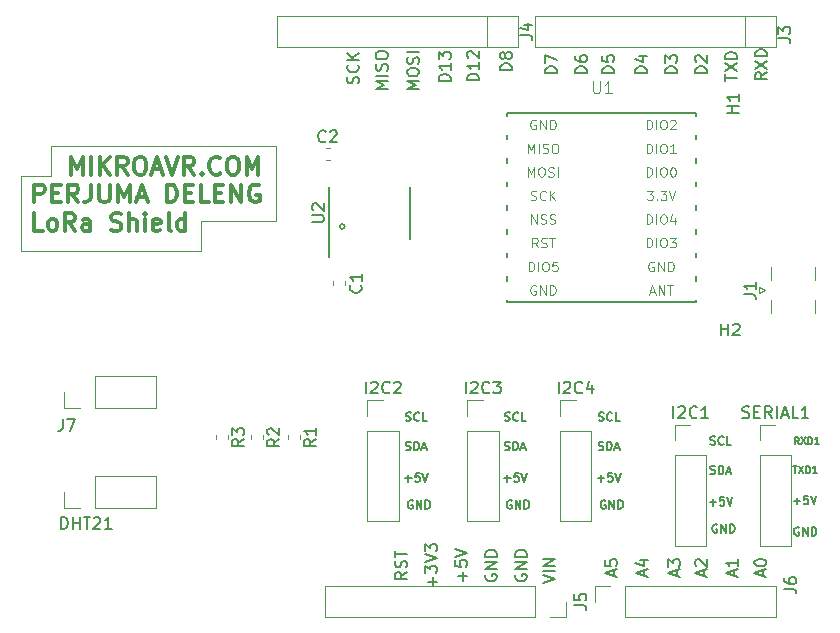
<source format=gbr>
G04 #@! TF.GenerationSoftware,KiCad,Pcbnew,(5.1.5)-3*
G04 #@! TF.CreationDate,2020-07-30T14:07:20+07:00*
G04 #@! TF.ProjectId,lora_shield,6c6f7261-5f73-4686-9965-6c642e6b6963,rev?*
G04 #@! TF.SameCoordinates,Original*
G04 #@! TF.FileFunction,Legend,Top*
G04 #@! TF.FilePolarity,Positive*
%FSLAX46Y46*%
G04 Gerber Fmt 4.6, Leading zero omitted, Abs format (unit mm)*
G04 Created by KiCad (PCBNEW (5.1.5)-3) date 2020-07-30 14:07:20*
%MOMM*%
%LPD*%
G04 APERTURE LIST*
%ADD10C,0.152400*%
%ADD11C,0.177800*%
%ADD12C,0.203200*%
%ADD13C,0.120000*%
%ADD14C,0.300000*%
%ADD15C,0.127000*%
%ADD16C,0.146050*%
%ADD17C,0.150000*%
%ADD18C,0.015000*%
G04 APERTURE END LIST*
D10*
X136662305Y-81788000D02*
G75*
G03X136662305Y-81788000I-200805J0D01*
G01*
D11*
X141770100Y-103111300D02*
X142311966Y-103111300D01*
X142041033Y-103382233D02*
X142041033Y-102840366D01*
X142989300Y-102671033D02*
X142650633Y-102671033D01*
X142616766Y-103009700D01*
X142650633Y-102975833D01*
X142718366Y-102941966D01*
X142887700Y-102941966D01*
X142955433Y-102975833D01*
X142989300Y-103009700D01*
X143023166Y-103077433D01*
X143023166Y-103246766D01*
X142989300Y-103314500D01*
X142955433Y-103348366D01*
X142887700Y-103382233D01*
X142718366Y-103382233D01*
X142650633Y-103348366D01*
X142616766Y-103314500D01*
X143226366Y-102671033D02*
X143463433Y-103382233D01*
X143700500Y-102671033D01*
X141837833Y-98204866D02*
X141939433Y-98238733D01*
X142108766Y-98238733D01*
X142176500Y-98204866D01*
X142210366Y-98171000D01*
X142244233Y-98103266D01*
X142244233Y-98035533D01*
X142210366Y-97967800D01*
X142176500Y-97933933D01*
X142108766Y-97900066D01*
X141973300Y-97866200D01*
X141905566Y-97832333D01*
X141871700Y-97798466D01*
X141837833Y-97730733D01*
X141837833Y-97663000D01*
X141871700Y-97595266D01*
X141905566Y-97561400D01*
X141973300Y-97527533D01*
X142142633Y-97527533D01*
X142244233Y-97561400D01*
X142955433Y-98171000D02*
X142921566Y-98204866D01*
X142819966Y-98238733D01*
X142752233Y-98238733D01*
X142650633Y-98204866D01*
X142582900Y-98137133D01*
X142549033Y-98069400D01*
X142515166Y-97933933D01*
X142515166Y-97832333D01*
X142549033Y-97696866D01*
X142582900Y-97629133D01*
X142650633Y-97561400D01*
X142752233Y-97527533D01*
X142819966Y-97527533D01*
X142921566Y-97561400D01*
X142955433Y-97595266D01*
X143598900Y-98238733D02*
X143260233Y-98238733D01*
X143260233Y-97527533D01*
X142396633Y-104990900D02*
X142328900Y-104957033D01*
X142227300Y-104957033D01*
X142125700Y-104990900D01*
X142057966Y-105058633D01*
X142024100Y-105126366D01*
X141990233Y-105261833D01*
X141990233Y-105363433D01*
X142024100Y-105498900D01*
X142057966Y-105566633D01*
X142125700Y-105634366D01*
X142227300Y-105668233D01*
X142295033Y-105668233D01*
X142396633Y-105634366D01*
X142430500Y-105600500D01*
X142430500Y-105363433D01*
X142295033Y-105363433D01*
X142735300Y-105668233D02*
X142735300Y-104957033D01*
X143141700Y-105668233D01*
X143141700Y-104957033D01*
X143480366Y-105668233D02*
X143480366Y-104957033D01*
X143649700Y-104957033D01*
X143751300Y-104990900D01*
X143819033Y-105058633D01*
X143852900Y-105126366D01*
X143886766Y-105261833D01*
X143886766Y-105363433D01*
X143852900Y-105498900D01*
X143819033Y-105566633D01*
X143751300Y-105634366D01*
X143649700Y-105668233D01*
X143480366Y-105668233D01*
X141820900Y-100681366D02*
X141922500Y-100715233D01*
X142091833Y-100715233D01*
X142159566Y-100681366D01*
X142193433Y-100647500D01*
X142227300Y-100579766D01*
X142227300Y-100512033D01*
X142193433Y-100444300D01*
X142159566Y-100410433D01*
X142091833Y-100376566D01*
X141956366Y-100342700D01*
X141888633Y-100308833D01*
X141854766Y-100274966D01*
X141820900Y-100207233D01*
X141820900Y-100139500D01*
X141854766Y-100071766D01*
X141888633Y-100037900D01*
X141956366Y-100004033D01*
X142125700Y-100004033D01*
X142227300Y-100037900D01*
X142532100Y-100715233D02*
X142532100Y-100004033D01*
X142701433Y-100004033D01*
X142803033Y-100037900D01*
X142870766Y-100105633D01*
X142904633Y-100173366D01*
X142938500Y-100308833D01*
X142938500Y-100410433D01*
X142904633Y-100545900D01*
X142870766Y-100613633D01*
X142803033Y-100681366D01*
X142701433Y-100715233D01*
X142532100Y-100715233D01*
X143209433Y-100512033D02*
X143548100Y-100512033D01*
X143141700Y-100715233D02*
X143378766Y-100004033D01*
X143615833Y-100715233D01*
X150152100Y-103111300D02*
X150693966Y-103111300D01*
X150423033Y-103382233D02*
X150423033Y-102840366D01*
X151371300Y-102671033D02*
X151032633Y-102671033D01*
X150998766Y-103009700D01*
X151032633Y-102975833D01*
X151100366Y-102941966D01*
X151269700Y-102941966D01*
X151337433Y-102975833D01*
X151371300Y-103009700D01*
X151405166Y-103077433D01*
X151405166Y-103246766D01*
X151371300Y-103314500D01*
X151337433Y-103348366D01*
X151269700Y-103382233D01*
X151100366Y-103382233D01*
X151032633Y-103348366D01*
X150998766Y-103314500D01*
X151608366Y-102671033D02*
X151845433Y-103382233D01*
X152082500Y-102671033D01*
X150219833Y-98204866D02*
X150321433Y-98238733D01*
X150490766Y-98238733D01*
X150558500Y-98204866D01*
X150592366Y-98171000D01*
X150626233Y-98103266D01*
X150626233Y-98035533D01*
X150592366Y-97967800D01*
X150558500Y-97933933D01*
X150490766Y-97900066D01*
X150355300Y-97866200D01*
X150287566Y-97832333D01*
X150253700Y-97798466D01*
X150219833Y-97730733D01*
X150219833Y-97663000D01*
X150253700Y-97595266D01*
X150287566Y-97561400D01*
X150355300Y-97527533D01*
X150524633Y-97527533D01*
X150626233Y-97561400D01*
X151337433Y-98171000D02*
X151303566Y-98204866D01*
X151201966Y-98238733D01*
X151134233Y-98238733D01*
X151032633Y-98204866D01*
X150964900Y-98137133D01*
X150931033Y-98069400D01*
X150897166Y-97933933D01*
X150897166Y-97832333D01*
X150931033Y-97696866D01*
X150964900Y-97629133D01*
X151032633Y-97561400D01*
X151134233Y-97527533D01*
X151201966Y-97527533D01*
X151303566Y-97561400D01*
X151337433Y-97595266D01*
X151980900Y-98238733D02*
X151642233Y-98238733D01*
X151642233Y-97527533D01*
X150778633Y-104990900D02*
X150710900Y-104957033D01*
X150609300Y-104957033D01*
X150507700Y-104990900D01*
X150439966Y-105058633D01*
X150406100Y-105126366D01*
X150372233Y-105261833D01*
X150372233Y-105363433D01*
X150406100Y-105498900D01*
X150439966Y-105566633D01*
X150507700Y-105634366D01*
X150609300Y-105668233D01*
X150677033Y-105668233D01*
X150778633Y-105634366D01*
X150812500Y-105600500D01*
X150812500Y-105363433D01*
X150677033Y-105363433D01*
X151117300Y-105668233D02*
X151117300Y-104957033D01*
X151523700Y-105668233D01*
X151523700Y-104957033D01*
X151862366Y-105668233D02*
X151862366Y-104957033D01*
X152031700Y-104957033D01*
X152133300Y-104990900D01*
X152201033Y-105058633D01*
X152234900Y-105126366D01*
X152268766Y-105261833D01*
X152268766Y-105363433D01*
X152234900Y-105498900D01*
X152201033Y-105566633D01*
X152133300Y-105634366D01*
X152031700Y-105668233D01*
X151862366Y-105668233D01*
X150202900Y-100681366D02*
X150304500Y-100715233D01*
X150473833Y-100715233D01*
X150541566Y-100681366D01*
X150575433Y-100647500D01*
X150609300Y-100579766D01*
X150609300Y-100512033D01*
X150575433Y-100444300D01*
X150541566Y-100410433D01*
X150473833Y-100376566D01*
X150338366Y-100342700D01*
X150270633Y-100308833D01*
X150236766Y-100274966D01*
X150202900Y-100207233D01*
X150202900Y-100139500D01*
X150236766Y-100071766D01*
X150270633Y-100037900D01*
X150338366Y-100004033D01*
X150507700Y-100004033D01*
X150609300Y-100037900D01*
X150914100Y-100715233D02*
X150914100Y-100004033D01*
X151083433Y-100004033D01*
X151185033Y-100037900D01*
X151252766Y-100105633D01*
X151286633Y-100173366D01*
X151320500Y-100308833D01*
X151320500Y-100410433D01*
X151286633Y-100545900D01*
X151252766Y-100613633D01*
X151185033Y-100681366D01*
X151083433Y-100715233D01*
X150914100Y-100715233D01*
X151591433Y-100512033D02*
X151930100Y-100512033D01*
X151523700Y-100715233D02*
X151760766Y-100004033D01*
X151997833Y-100715233D01*
X158089600Y-103111300D02*
X158631466Y-103111300D01*
X158360533Y-103382233D02*
X158360533Y-102840366D01*
X159308800Y-102671033D02*
X158970133Y-102671033D01*
X158936266Y-103009700D01*
X158970133Y-102975833D01*
X159037866Y-102941966D01*
X159207200Y-102941966D01*
X159274933Y-102975833D01*
X159308800Y-103009700D01*
X159342666Y-103077433D01*
X159342666Y-103246766D01*
X159308800Y-103314500D01*
X159274933Y-103348366D01*
X159207200Y-103382233D01*
X159037866Y-103382233D01*
X158970133Y-103348366D01*
X158936266Y-103314500D01*
X159545866Y-102671033D02*
X159782933Y-103382233D01*
X160020000Y-102671033D01*
X158157333Y-98204866D02*
X158258933Y-98238733D01*
X158428266Y-98238733D01*
X158496000Y-98204866D01*
X158529866Y-98171000D01*
X158563733Y-98103266D01*
X158563733Y-98035533D01*
X158529866Y-97967800D01*
X158496000Y-97933933D01*
X158428266Y-97900066D01*
X158292800Y-97866200D01*
X158225066Y-97832333D01*
X158191200Y-97798466D01*
X158157333Y-97730733D01*
X158157333Y-97663000D01*
X158191200Y-97595266D01*
X158225066Y-97561400D01*
X158292800Y-97527533D01*
X158462133Y-97527533D01*
X158563733Y-97561400D01*
X159274933Y-98171000D02*
X159241066Y-98204866D01*
X159139466Y-98238733D01*
X159071733Y-98238733D01*
X158970133Y-98204866D01*
X158902400Y-98137133D01*
X158868533Y-98069400D01*
X158834666Y-97933933D01*
X158834666Y-97832333D01*
X158868533Y-97696866D01*
X158902400Y-97629133D01*
X158970133Y-97561400D01*
X159071733Y-97527533D01*
X159139466Y-97527533D01*
X159241066Y-97561400D01*
X159274933Y-97595266D01*
X159918400Y-98238733D02*
X159579733Y-98238733D01*
X159579733Y-97527533D01*
X158716133Y-104990900D02*
X158648400Y-104957033D01*
X158546800Y-104957033D01*
X158445200Y-104990900D01*
X158377466Y-105058633D01*
X158343600Y-105126366D01*
X158309733Y-105261833D01*
X158309733Y-105363433D01*
X158343600Y-105498900D01*
X158377466Y-105566633D01*
X158445200Y-105634366D01*
X158546800Y-105668233D01*
X158614533Y-105668233D01*
X158716133Y-105634366D01*
X158750000Y-105600500D01*
X158750000Y-105363433D01*
X158614533Y-105363433D01*
X159054800Y-105668233D02*
X159054800Y-104957033D01*
X159461200Y-105668233D01*
X159461200Y-104957033D01*
X159799866Y-105668233D02*
X159799866Y-104957033D01*
X159969200Y-104957033D01*
X160070800Y-104990900D01*
X160138533Y-105058633D01*
X160172400Y-105126366D01*
X160206266Y-105261833D01*
X160206266Y-105363433D01*
X160172400Y-105498900D01*
X160138533Y-105566633D01*
X160070800Y-105634366D01*
X159969200Y-105668233D01*
X159799866Y-105668233D01*
X158140400Y-100681366D02*
X158242000Y-100715233D01*
X158411333Y-100715233D01*
X158479066Y-100681366D01*
X158512933Y-100647500D01*
X158546800Y-100579766D01*
X158546800Y-100512033D01*
X158512933Y-100444300D01*
X158479066Y-100410433D01*
X158411333Y-100376566D01*
X158275866Y-100342700D01*
X158208133Y-100308833D01*
X158174266Y-100274966D01*
X158140400Y-100207233D01*
X158140400Y-100139500D01*
X158174266Y-100071766D01*
X158208133Y-100037900D01*
X158275866Y-100004033D01*
X158445200Y-100004033D01*
X158546800Y-100037900D01*
X158851600Y-100715233D02*
X158851600Y-100004033D01*
X159020933Y-100004033D01*
X159122533Y-100037900D01*
X159190266Y-100105633D01*
X159224133Y-100173366D01*
X159258000Y-100308833D01*
X159258000Y-100410433D01*
X159224133Y-100545900D01*
X159190266Y-100613633D01*
X159122533Y-100681366D01*
X159020933Y-100715233D01*
X158851600Y-100715233D01*
X159528933Y-100512033D02*
X159867600Y-100512033D01*
X159461200Y-100715233D02*
X159698266Y-100004033D01*
X159935333Y-100715233D01*
D12*
X141930380Y-111037619D02*
X141454190Y-111370952D01*
X141930380Y-111609047D02*
X140930380Y-111609047D01*
X140930380Y-111228095D01*
X140978000Y-111132857D01*
X141025619Y-111085238D01*
X141120857Y-111037619D01*
X141263714Y-111037619D01*
X141358952Y-111085238D01*
X141406571Y-111132857D01*
X141454190Y-111228095D01*
X141454190Y-111609047D01*
X141882761Y-110656666D02*
X141930380Y-110513809D01*
X141930380Y-110275714D01*
X141882761Y-110180476D01*
X141835142Y-110132857D01*
X141739904Y-110085238D01*
X141644666Y-110085238D01*
X141549428Y-110132857D01*
X141501809Y-110180476D01*
X141454190Y-110275714D01*
X141406571Y-110466190D01*
X141358952Y-110561428D01*
X141311333Y-110609047D01*
X141216095Y-110656666D01*
X141120857Y-110656666D01*
X141025619Y-110609047D01*
X140978000Y-110561428D01*
X140930380Y-110466190D01*
X140930380Y-110228095D01*
X140978000Y-110085238D01*
X140930380Y-109799523D02*
X140930380Y-109228095D01*
X141930380Y-109513809D02*
X140930380Y-109513809D01*
X144089428Y-112251904D02*
X144089428Y-111490000D01*
X144470380Y-111870952D02*
X143708476Y-111870952D01*
X143470380Y-111109047D02*
X143470380Y-110490000D01*
X143851333Y-110823333D01*
X143851333Y-110680476D01*
X143898952Y-110585238D01*
X143946571Y-110537619D01*
X144041809Y-110490000D01*
X144279904Y-110490000D01*
X144375142Y-110537619D01*
X144422761Y-110585238D01*
X144470380Y-110680476D01*
X144470380Y-110966190D01*
X144422761Y-111061428D01*
X144375142Y-111109047D01*
X143470380Y-110204285D02*
X144470380Y-109870952D01*
X143470380Y-109537619D01*
X143470380Y-109299523D02*
X143470380Y-108680476D01*
X143851333Y-109013809D01*
X143851333Y-108870952D01*
X143898952Y-108775714D01*
X143946571Y-108728095D01*
X144041809Y-108680476D01*
X144279904Y-108680476D01*
X144375142Y-108728095D01*
X144422761Y-108775714D01*
X144470380Y-108870952D01*
X144470380Y-109156666D01*
X144422761Y-109251904D01*
X144375142Y-109299523D01*
X146629428Y-111775714D02*
X146629428Y-111013809D01*
X147010380Y-111394761D02*
X146248476Y-111394761D01*
X146010380Y-110061428D02*
X146010380Y-110537619D01*
X146486571Y-110585238D01*
X146438952Y-110537619D01*
X146391333Y-110442380D01*
X146391333Y-110204285D01*
X146438952Y-110109047D01*
X146486571Y-110061428D01*
X146581809Y-110013809D01*
X146819904Y-110013809D01*
X146915142Y-110061428D01*
X146962761Y-110109047D01*
X147010380Y-110204285D01*
X147010380Y-110442380D01*
X146962761Y-110537619D01*
X146915142Y-110585238D01*
X146010380Y-109728095D02*
X147010380Y-109394761D01*
X146010380Y-109061428D01*
X148598000Y-111251904D02*
X148550380Y-111347142D01*
X148550380Y-111490000D01*
X148598000Y-111632857D01*
X148693238Y-111728095D01*
X148788476Y-111775714D01*
X148978952Y-111823333D01*
X149121809Y-111823333D01*
X149312285Y-111775714D01*
X149407523Y-111728095D01*
X149502761Y-111632857D01*
X149550380Y-111490000D01*
X149550380Y-111394761D01*
X149502761Y-111251904D01*
X149455142Y-111204285D01*
X149121809Y-111204285D01*
X149121809Y-111394761D01*
X149550380Y-110775714D02*
X148550380Y-110775714D01*
X149550380Y-110204285D01*
X148550380Y-110204285D01*
X149550380Y-109728095D02*
X148550380Y-109728095D01*
X148550380Y-109490000D01*
X148598000Y-109347142D01*
X148693238Y-109251904D01*
X148788476Y-109204285D01*
X148978952Y-109156666D01*
X149121809Y-109156666D01*
X149312285Y-109204285D01*
X149407523Y-109251904D01*
X149502761Y-109347142D01*
X149550380Y-109490000D01*
X149550380Y-109728095D01*
D13*
X111760000Y-77470000D02*
X109220000Y-77470000D01*
X109220000Y-83820000D02*
X110490000Y-83820000D01*
X109220000Y-77470000D02*
X109220000Y-83820000D01*
X111760000Y-74930000D02*
X111760000Y-77470000D01*
X130810000Y-74930000D02*
X111760000Y-74930000D01*
X130810000Y-81280000D02*
X130810000Y-74930000D01*
X129540000Y-81280000D02*
X130810000Y-81280000D01*
X124460000Y-81280000D02*
X129540000Y-81280000D01*
X124460000Y-83820000D02*
X124460000Y-81280000D01*
X110490000Y-83820000D02*
X124460000Y-83820000D01*
D14*
X111097928Y-82149071D02*
X110383642Y-82149071D01*
X110383642Y-80649071D01*
X111812214Y-82149071D02*
X111669357Y-82077642D01*
X111597928Y-82006214D01*
X111526500Y-81863357D01*
X111526500Y-81434785D01*
X111597928Y-81291928D01*
X111669357Y-81220500D01*
X111812214Y-81149071D01*
X112026500Y-81149071D01*
X112169357Y-81220500D01*
X112240785Y-81291928D01*
X112312214Y-81434785D01*
X112312214Y-81863357D01*
X112240785Y-82006214D01*
X112169357Y-82077642D01*
X112026500Y-82149071D01*
X111812214Y-82149071D01*
X113812214Y-82149071D02*
X113312214Y-81434785D01*
X112955071Y-82149071D02*
X112955071Y-80649071D01*
X113526500Y-80649071D01*
X113669357Y-80720500D01*
X113740785Y-80791928D01*
X113812214Y-80934785D01*
X113812214Y-81149071D01*
X113740785Y-81291928D01*
X113669357Y-81363357D01*
X113526500Y-81434785D01*
X112955071Y-81434785D01*
X115097928Y-82149071D02*
X115097928Y-81363357D01*
X115026500Y-81220500D01*
X114883642Y-81149071D01*
X114597928Y-81149071D01*
X114455071Y-81220500D01*
X115097928Y-82077642D02*
X114955071Y-82149071D01*
X114597928Y-82149071D01*
X114455071Y-82077642D01*
X114383642Y-81934785D01*
X114383642Y-81791928D01*
X114455071Y-81649071D01*
X114597928Y-81577642D01*
X114955071Y-81577642D01*
X115097928Y-81506214D01*
X116883642Y-82077642D02*
X117097928Y-82149071D01*
X117455071Y-82149071D01*
X117597928Y-82077642D01*
X117669357Y-82006214D01*
X117740785Y-81863357D01*
X117740785Y-81720500D01*
X117669357Y-81577642D01*
X117597928Y-81506214D01*
X117455071Y-81434785D01*
X117169357Y-81363357D01*
X117026500Y-81291928D01*
X116955071Y-81220500D01*
X116883642Y-81077642D01*
X116883642Y-80934785D01*
X116955071Y-80791928D01*
X117026500Y-80720500D01*
X117169357Y-80649071D01*
X117526500Y-80649071D01*
X117740785Y-80720500D01*
X118383642Y-82149071D02*
X118383642Y-80649071D01*
X119026500Y-82149071D02*
X119026500Y-81363357D01*
X118955071Y-81220500D01*
X118812214Y-81149071D01*
X118597928Y-81149071D01*
X118455071Y-81220500D01*
X118383642Y-81291928D01*
X119740785Y-82149071D02*
X119740785Y-81149071D01*
X119740785Y-80649071D02*
X119669357Y-80720500D01*
X119740785Y-80791928D01*
X119812214Y-80720500D01*
X119740785Y-80649071D01*
X119740785Y-80791928D01*
X121026500Y-82077642D02*
X120883642Y-82149071D01*
X120597928Y-82149071D01*
X120455071Y-82077642D01*
X120383642Y-81934785D01*
X120383642Y-81363357D01*
X120455071Y-81220500D01*
X120597928Y-81149071D01*
X120883642Y-81149071D01*
X121026500Y-81220500D01*
X121097928Y-81363357D01*
X121097928Y-81506214D01*
X120383642Y-81649071D01*
X121955071Y-82149071D02*
X121812214Y-82077642D01*
X121740785Y-81934785D01*
X121740785Y-80649071D01*
X123169357Y-82149071D02*
X123169357Y-80649071D01*
X123169357Y-82077642D02*
X123026500Y-82149071D01*
X122740785Y-82149071D01*
X122597928Y-82077642D01*
X122526500Y-82006214D01*
X122455071Y-81863357D01*
X122455071Y-81434785D01*
X122526500Y-81291928D01*
X122597928Y-81220500D01*
X122740785Y-81149071D01*
X123026500Y-81149071D01*
X123169357Y-81220500D01*
D11*
X167601900Y-102713366D02*
X167703500Y-102747233D01*
X167872833Y-102747233D01*
X167940566Y-102713366D01*
X167974433Y-102679500D01*
X168008300Y-102611766D01*
X168008300Y-102544033D01*
X167974433Y-102476300D01*
X167940566Y-102442433D01*
X167872833Y-102408566D01*
X167737366Y-102374700D01*
X167669633Y-102340833D01*
X167635766Y-102306966D01*
X167601900Y-102239233D01*
X167601900Y-102171500D01*
X167635766Y-102103766D01*
X167669633Y-102069900D01*
X167737366Y-102036033D01*
X167906700Y-102036033D01*
X168008300Y-102069900D01*
X168313100Y-102747233D02*
X168313100Y-102036033D01*
X168482433Y-102036033D01*
X168584033Y-102069900D01*
X168651766Y-102137633D01*
X168685633Y-102205366D01*
X168719500Y-102340833D01*
X168719500Y-102442433D01*
X168685633Y-102577900D01*
X168651766Y-102645633D01*
X168584033Y-102713366D01*
X168482433Y-102747233D01*
X168313100Y-102747233D01*
X168990433Y-102544033D02*
X169329100Y-102544033D01*
X168922700Y-102747233D02*
X169159766Y-102036033D01*
X169396833Y-102747233D01*
X168177633Y-107022900D02*
X168109900Y-106989033D01*
X168008300Y-106989033D01*
X167906700Y-107022900D01*
X167838966Y-107090633D01*
X167805100Y-107158366D01*
X167771233Y-107293833D01*
X167771233Y-107395433D01*
X167805100Y-107530900D01*
X167838966Y-107598633D01*
X167906700Y-107666366D01*
X168008300Y-107700233D01*
X168076033Y-107700233D01*
X168177633Y-107666366D01*
X168211500Y-107632500D01*
X168211500Y-107395433D01*
X168076033Y-107395433D01*
X168516300Y-107700233D02*
X168516300Y-106989033D01*
X168922700Y-107700233D01*
X168922700Y-106989033D01*
X169261366Y-107700233D02*
X169261366Y-106989033D01*
X169430700Y-106989033D01*
X169532300Y-107022900D01*
X169600033Y-107090633D01*
X169633900Y-107158366D01*
X169667766Y-107293833D01*
X169667766Y-107395433D01*
X169633900Y-107530900D01*
X169600033Y-107598633D01*
X169532300Y-107666366D01*
X169430700Y-107700233D01*
X169261366Y-107700233D01*
X167618833Y-100236866D02*
X167720433Y-100270733D01*
X167889766Y-100270733D01*
X167957500Y-100236866D01*
X167991366Y-100203000D01*
X168025233Y-100135266D01*
X168025233Y-100067533D01*
X167991366Y-99999800D01*
X167957500Y-99965933D01*
X167889766Y-99932066D01*
X167754300Y-99898200D01*
X167686566Y-99864333D01*
X167652700Y-99830466D01*
X167618833Y-99762733D01*
X167618833Y-99695000D01*
X167652700Y-99627266D01*
X167686566Y-99593400D01*
X167754300Y-99559533D01*
X167923633Y-99559533D01*
X168025233Y-99593400D01*
X168736433Y-100203000D02*
X168702566Y-100236866D01*
X168600966Y-100270733D01*
X168533233Y-100270733D01*
X168431633Y-100236866D01*
X168363900Y-100169133D01*
X168330033Y-100101400D01*
X168296166Y-99965933D01*
X168296166Y-99864333D01*
X168330033Y-99728866D01*
X168363900Y-99661133D01*
X168431633Y-99593400D01*
X168533233Y-99559533D01*
X168600966Y-99559533D01*
X168702566Y-99593400D01*
X168736433Y-99627266D01*
X169379900Y-100270733D02*
X169041233Y-100270733D01*
X169041233Y-99559533D01*
X167551100Y-105143300D02*
X168092966Y-105143300D01*
X167822033Y-105414233D02*
X167822033Y-104872366D01*
X168770300Y-104703033D02*
X168431633Y-104703033D01*
X168397766Y-105041700D01*
X168431633Y-105007833D01*
X168499366Y-104973966D01*
X168668700Y-104973966D01*
X168736433Y-105007833D01*
X168770300Y-105041700D01*
X168804166Y-105109433D01*
X168804166Y-105278766D01*
X168770300Y-105346500D01*
X168736433Y-105380366D01*
X168668700Y-105414233D01*
X168499366Y-105414233D01*
X168431633Y-105380366D01*
X168397766Y-105346500D01*
X169007366Y-104703033D02*
X169244433Y-105414233D01*
X169481500Y-104703033D01*
D13*
X151320500Y-63944500D02*
X151257000Y-63944500D01*
X151320500Y-65214500D02*
X151320500Y-63944500D01*
X148717000Y-63948000D02*
X151257000Y-63944500D01*
X149987000Y-66608000D02*
X148717000Y-66611500D01*
X173164500Y-63944500D02*
X173161000Y-65278000D01*
X170561000Y-63948000D02*
X173164500Y-63944500D01*
X170561000Y-66608000D02*
X171831000Y-66611500D01*
D12*
X151138000Y-111251904D02*
X151090380Y-111347142D01*
X151090380Y-111490000D01*
X151138000Y-111632857D01*
X151233238Y-111728095D01*
X151328476Y-111775714D01*
X151518952Y-111823333D01*
X151661809Y-111823333D01*
X151852285Y-111775714D01*
X151947523Y-111728095D01*
X152042761Y-111632857D01*
X152090380Y-111490000D01*
X152090380Y-111394761D01*
X152042761Y-111251904D01*
X151995142Y-111204285D01*
X151661809Y-111204285D01*
X151661809Y-111394761D01*
X152090380Y-110775714D02*
X151090380Y-110775714D01*
X152090380Y-110204285D01*
X151090380Y-110204285D01*
X152090380Y-109728095D02*
X151090380Y-109728095D01*
X151090380Y-109490000D01*
X151138000Y-109347142D01*
X151233238Y-109251904D01*
X151328476Y-109204285D01*
X151518952Y-109156666D01*
X151661809Y-109156666D01*
X151852285Y-109204285D01*
X151947523Y-109251904D01*
X152042761Y-109347142D01*
X152090380Y-109490000D01*
X152090380Y-109728095D01*
X153439880Y-111966238D02*
X154439880Y-111632904D01*
X153439880Y-111299571D01*
X154439880Y-110966238D02*
X153439880Y-110966238D01*
X154439880Y-110490047D02*
X153439880Y-110490047D01*
X154439880Y-109918619D01*
X153439880Y-109918619D01*
X159424666Y-111394785D02*
X159424666Y-110918595D01*
X159710380Y-111490023D02*
X158710380Y-111156690D01*
X159710380Y-110823357D01*
X158710380Y-110013833D02*
X158710380Y-110490023D01*
X159186571Y-110537642D01*
X159138952Y-110490023D01*
X159091333Y-110394785D01*
X159091333Y-110156690D01*
X159138952Y-110061452D01*
X159186571Y-110013833D01*
X159281809Y-109966214D01*
X159519904Y-109966214D01*
X159615142Y-110013833D01*
X159662761Y-110061452D01*
X159710380Y-110156690D01*
X159710380Y-110394785D01*
X159662761Y-110490023D01*
X159615142Y-110537642D01*
X162028166Y-111394785D02*
X162028166Y-110918595D01*
X162313880Y-111490023D02*
X161313880Y-111156690D01*
X162313880Y-110823357D01*
X161647214Y-110061452D02*
X162313880Y-110061452D01*
X161266261Y-110299547D02*
X161980547Y-110537642D01*
X161980547Y-109918595D01*
X164758666Y-111394785D02*
X164758666Y-110918595D01*
X165044380Y-111490023D02*
X164044380Y-111156690D01*
X165044380Y-110823357D01*
X164044380Y-110585261D02*
X164044380Y-109966214D01*
X164425333Y-110299547D01*
X164425333Y-110156690D01*
X164472952Y-110061452D01*
X164520571Y-110013833D01*
X164615809Y-109966214D01*
X164853904Y-109966214D01*
X164949142Y-110013833D01*
X164996761Y-110061452D01*
X165044380Y-110156690D01*
X165044380Y-110442404D01*
X164996761Y-110537642D01*
X164949142Y-110585261D01*
X167044666Y-111394785D02*
X167044666Y-110918595D01*
X167330380Y-111490023D02*
X166330380Y-111156690D01*
X167330380Y-110823357D01*
X166425619Y-110537642D02*
X166378000Y-110490023D01*
X166330380Y-110394785D01*
X166330380Y-110156690D01*
X166378000Y-110061452D01*
X166425619Y-110013833D01*
X166520857Y-109966214D01*
X166616095Y-109966214D01*
X166758952Y-110013833D01*
X167330380Y-110585261D01*
X167330380Y-109966214D01*
X169648166Y-111394785D02*
X169648166Y-110918595D01*
X169933880Y-111490023D02*
X168933880Y-111156690D01*
X169933880Y-110823357D01*
X169933880Y-109966214D02*
X169933880Y-110537642D01*
X169933880Y-110251928D02*
X168933880Y-110251928D01*
X169076738Y-110347166D01*
X169171976Y-110442404D01*
X169219595Y-110537642D01*
X172061166Y-111394785D02*
X172061166Y-110918595D01*
X172346880Y-111490023D02*
X171346880Y-111156690D01*
X172346880Y-110823357D01*
X171346880Y-110299547D02*
X171346880Y-110204309D01*
X171394500Y-110109071D01*
X171442119Y-110061452D01*
X171537357Y-110013833D01*
X171727833Y-109966214D01*
X171965928Y-109966214D01*
X172156404Y-110013833D01*
X172251642Y-110061452D01*
X172299261Y-110109071D01*
X172346880Y-110204309D01*
X172346880Y-110299547D01*
X172299261Y-110394785D01*
X172251642Y-110442404D01*
X172156404Y-110490023D01*
X171965928Y-110537642D01*
X171727833Y-110537642D01*
X171537357Y-110490023D01*
X171442119Y-110442404D01*
X171394500Y-110394785D01*
X171346880Y-110299547D01*
D11*
X175099133Y-107276900D02*
X175031400Y-107243033D01*
X174929800Y-107243033D01*
X174828200Y-107276900D01*
X174760466Y-107344633D01*
X174726600Y-107412366D01*
X174692733Y-107547833D01*
X174692733Y-107649433D01*
X174726600Y-107784900D01*
X174760466Y-107852633D01*
X174828200Y-107920366D01*
X174929800Y-107954233D01*
X174997533Y-107954233D01*
X175099133Y-107920366D01*
X175133000Y-107886500D01*
X175133000Y-107649433D01*
X174997533Y-107649433D01*
X175437800Y-107954233D02*
X175437800Y-107243033D01*
X175844200Y-107954233D01*
X175844200Y-107243033D01*
X176182866Y-107954233D02*
X176182866Y-107243033D01*
X176352200Y-107243033D01*
X176453800Y-107276900D01*
X176521533Y-107344633D01*
X176555400Y-107412366D01*
X176589266Y-107547833D01*
X176589266Y-107649433D01*
X176555400Y-107784900D01*
X176521533Y-107852633D01*
X176453800Y-107920366D01*
X176352200Y-107954233D01*
X176182866Y-107954233D01*
X174663100Y-105016300D02*
X175204966Y-105016300D01*
X174934033Y-105287233D02*
X174934033Y-104745366D01*
X175882300Y-104576033D02*
X175543633Y-104576033D01*
X175509766Y-104914700D01*
X175543633Y-104880833D01*
X175611366Y-104846966D01*
X175780700Y-104846966D01*
X175848433Y-104880833D01*
X175882300Y-104914700D01*
X175916166Y-104982433D01*
X175916166Y-105151766D01*
X175882300Y-105219500D01*
X175848433Y-105253366D01*
X175780700Y-105287233D01*
X175611366Y-105287233D01*
X175543633Y-105253366D01*
X175509766Y-105219500D01*
X176119366Y-104576033D02*
X176356433Y-105287233D01*
X176593500Y-104576033D01*
D15*
X174625604Y-102105580D02*
X174959433Y-102105580D01*
X174792519Y-102689780D02*
X174792519Y-102105580D01*
X175098528Y-102105580D02*
X175487995Y-102689780D01*
X175487995Y-102105580D02*
X175098528Y-102689780D01*
X175710547Y-102689780D02*
X175710547Y-102105580D01*
X175849642Y-102105580D01*
X175933100Y-102133400D01*
X175988738Y-102189038D01*
X176016557Y-102244676D01*
X176044376Y-102355952D01*
X176044376Y-102439409D01*
X176016557Y-102550685D01*
X175988738Y-102606323D01*
X175933100Y-102661961D01*
X175849642Y-102689780D01*
X175710547Y-102689780D01*
X176600757Y-102689780D02*
X176266928Y-102689780D01*
X176433842Y-102689780D02*
X176433842Y-102105580D01*
X176378204Y-102189038D01*
X176322566Y-102244676D01*
X176266928Y-102272495D01*
D16*
X175100342Y-100213280D02*
X174905609Y-99935090D01*
X174766514Y-100213280D02*
X174766514Y-99629080D01*
X174989066Y-99629080D01*
X175044704Y-99656900D01*
X175072523Y-99684719D01*
X175100342Y-99740357D01*
X175100342Y-99823814D01*
X175072523Y-99879452D01*
X175044704Y-99907271D01*
X174989066Y-99935090D01*
X174766514Y-99935090D01*
X175295076Y-99629080D02*
X175684542Y-100213280D01*
X175684542Y-99629080D02*
X175295076Y-100213280D01*
X175907095Y-100213280D02*
X175907095Y-99629080D01*
X176046190Y-99629080D01*
X176129647Y-99656900D01*
X176185285Y-99712538D01*
X176213104Y-99768176D01*
X176240923Y-99879452D01*
X176240923Y-99962909D01*
X176213104Y-100074185D01*
X176185285Y-100129823D01*
X176129647Y-100185461D01*
X176046190Y-100213280D01*
X175907095Y-100213280D01*
X176797304Y-100213280D02*
X176463476Y-100213280D01*
X176630390Y-100213280D02*
X176630390Y-99629080D01*
X176574752Y-99712538D01*
X176519114Y-99768176D01*
X176463476Y-99795995D01*
D12*
X137818761Y-69675214D02*
X137866380Y-69532357D01*
X137866380Y-69294261D01*
X137818761Y-69199023D01*
X137771142Y-69151404D01*
X137675904Y-69103785D01*
X137580666Y-69103785D01*
X137485428Y-69151404D01*
X137437809Y-69199023D01*
X137390190Y-69294261D01*
X137342571Y-69484738D01*
X137294952Y-69579976D01*
X137247333Y-69627595D01*
X137152095Y-69675214D01*
X137056857Y-69675214D01*
X136961619Y-69627595D01*
X136914000Y-69579976D01*
X136866380Y-69484738D01*
X136866380Y-69246642D01*
X136914000Y-69103785D01*
X137771142Y-68103785D02*
X137818761Y-68151404D01*
X137866380Y-68294261D01*
X137866380Y-68389500D01*
X137818761Y-68532357D01*
X137723523Y-68627595D01*
X137628285Y-68675214D01*
X137437809Y-68722833D01*
X137294952Y-68722833D01*
X137104476Y-68675214D01*
X137009238Y-68627595D01*
X136914000Y-68532357D01*
X136866380Y-68389500D01*
X136866380Y-68294261D01*
X136914000Y-68151404D01*
X136961619Y-68103785D01*
X137866380Y-67675214D02*
X136866380Y-67675214D01*
X137866380Y-67103785D02*
X137294952Y-67532357D01*
X136866380Y-67103785D02*
X137437809Y-67675214D01*
X140279380Y-70151428D02*
X139279380Y-70151428D01*
X139993666Y-69818095D01*
X139279380Y-69484761D01*
X140279380Y-69484761D01*
X140279380Y-69008571D02*
X139279380Y-69008571D01*
X140231761Y-68580000D02*
X140279380Y-68437142D01*
X140279380Y-68199047D01*
X140231761Y-68103809D01*
X140184142Y-68056190D01*
X140088904Y-68008571D01*
X139993666Y-68008571D01*
X139898428Y-68056190D01*
X139850809Y-68103809D01*
X139803190Y-68199047D01*
X139755571Y-68389523D01*
X139707952Y-68484761D01*
X139660333Y-68532380D01*
X139565095Y-68580000D01*
X139469857Y-68580000D01*
X139374619Y-68532380D01*
X139327000Y-68484761D01*
X139279380Y-68389523D01*
X139279380Y-68151428D01*
X139327000Y-68008571D01*
X139279380Y-67389523D02*
X139279380Y-67199047D01*
X139327000Y-67103809D01*
X139422238Y-67008571D01*
X139612714Y-66960952D01*
X139946047Y-66960952D01*
X140136523Y-67008571D01*
X140231761Y-67103809D01*
X140279380Y-67199047D01*
X140279380Y-67389523D01*
X140231761Y-67484761D01*
X140136523Y-67580000D01*
X139946047Y-67627619D01*
X139612714Y-67627619D01*
X139422238Y-67580000D01*
X139327000Y-67484761D01*
X139279380Y-67389523D01*
X142946380Y-70151428D02*
X141946380Y-70151428D01*
X142660666Y-69818095D01*
X141946380Y-69484761D01*
X142946380Y-69484761D01*
X141946380Y-68818095D02*
X141946380Y-68627619D01*
X141994000Y-68532380D01*
X142089238Y-68437142D01*
X142279714Y-68389523D01*
X142613047Y-68389523D01*
X142803523Y-68437142D01*
X142898761Y-68532380D01*
X142946380Y-68627619D01*
X142946380Y-68818095D01*
X142898761Y-68913333D01*
X142803523Y-69008571D01*
X142613047Y-69056190D01*
X142279714Y-69056190D01*
X142089238Y-69008571D01*
X141994000Y-68913333D01*
X141946380Y-68818095D01*
X142898761Y-68008571D02*
X142946380Y-67865714D01*
X142946380Y-67627619D01*
X142898761Y-67532380D01*
X142851142Y-67484761D01*
X142755904Y-67437142D01*
X142660666Y-67437142D01*
X142565428Y-67484761D01*
X142517809Y-67532380D01*
X142470190Y-67627619D01*
X142422571Y-67818095D01*
X142374952Y-67913333D01*
X142327333Y-67960952D01*
X142232095Y-68008571D01*
X142136857Y-68008571D01*
X142041619Y-67960952D01*
X141994000Y-67913333D01*
X141946380Y-67818095D01*
X141946380Y-67580000D01*
X141994000Y-67437142D01*
X142946380Y-67008571D02*
X141946380Y-67008571D01*
X145613380Y-69476785D02*
X144613380Y-69476785D01*
X144613380Y-69238690D01*
X144661000Y-69095833D01*
X144756238Y-69000595D01*
X144851476Y-68952976D01*
X145041952Y-68905357D01*
X145184809Y-68905357D01*
X145375285Y-68952976D01*
X145470523Y-69000595D01*
X145565761Y-69095833D01*
X145613380Y-69238690D01*
X145613380Y-69476785D01*
X145613380Y-67952976D02*
X145613380Y-68524404D01*
X145613380Y-68238690D02*
X144613380Y-68238690D01*
X144756238Y-68333928D01*
X144851476Y-68429166D01*
X144899095Y-68524404D01*
X144613380Y-67619642D02*
X144613380Y-67000595D01*
X144994333Y-67333928D01*
X144994333Y-67191071D01*
X145041952Y-67095833D01*
X145089571Y-67048214D01*
X145184809Y-67000595D01*
X145422904Y-67000595D01*
X145518142Y-67048214D01*
X145565761Y-67095833D01*
X145613380Y-67191071D01*
X145613380Y-67476785D01*
X145565761Y-67572023D01*
X145518142Y-67619642D01*
X148026380Y-69413285D02*
X147026380Y-69413285D01*
X147026380Y-69175190D01*
X147074000Y-69032333D01*
X147169238Y-68937095D01*
X147264476Y-68889476D01*
X147454952Y-68841857D01*
X147597809Y-68841857D01*
X147788285Y-68889476D01*
X147883523Y-68937095D01*
X147978761Y-69032333D01*
X148026380Y-69175190D01*
X148026380Y-69413285D01*
X148026380Y-67889476D02*
X148026380Y-68460904D01*
X148026380Y-68175190D02*
X147026380Y-68175190D01*
X147169238Y-68270428D01*
X147264476Y-68365666D01*
X147312095Y-68460904D01*
X147121619Y-67508523D02*
X147074000Y-67460904D01*
X147026380Y-67365666D01*
X147026380Y-67127571D01*
X147074000Y-67032333D01*
X147121619Y-66984714D01*
X147216857Y-66937095D01*
X147312095Y-66937095D01*
X147454952Y-66984714D01*
X148026380Y-67556142D01*
X148026380Y-66937095D01*
X150820380Y-68556095D02*
X149820380Y-68556095D01*
X149820380Y-68318000D01*
X149868000Y-68175142D01*
X149963238Y-68079904D01*
X150058476Y-68032285D01*
X150248952Y-67984666D01*
X150391809Y-67984666D01*
X150582285Y-68032285D01*
X150677523Y-68079904D01*
X150772761Y-68175142D01*
X150820380Y-68318000D01*
X150820380Y-68556095D01*
X150248952Y-67413238D02*
X150201333Y-67508476D01*
X150153714Y-67556095D01*
X150058476Y-67603714D01*
X150010857Y-67603714D01*
X149915619Y-67556095D01*
X149868000Y-67508476D01*
X149820380Y-67413238D01*
X149820380Y-67222761D01*
X149868000Y-67127523D01*
X149915619Y-67079904D01*
X150010857Y-67032285D01*
X150058476Y-67032285D01*
X150153714Y-67079904D01*
X150201333Y-67127523D01*
X150248952Y-67222761D01*
X150248952Y-67413238D01*
X150296571Y-67508476D01*
X150344190Y-67556095D01*
X150439428Y-67603714D01*
X150629904Y-67603714D01*
X150725142Y-67556095D01*
X150772761Y-67508476D01*
X150820380Y-67413238D01*
X150820380Y-67222761D01*
X150772761Y-67127523D01*
X150725142Y-67079904D01*
X150629904Y-67032285D01*
X150439428Y-67032285D01*
X150344190Y-67079904D01*
X150296571Y-67127523D01*
X150248952Y-67222761D01*
X154630380Y-68810095D02*
X153630380Y-68810095D01*
X153630380Y-68572000D01*
X153678000Y-68429142D01*
X153773238Y-68333904D01*
X153868476Y-68286285D01*
X154058952Y-68238666D01*
X154201809Y-68238666D01*
X154392285Y-68286285D01*
X154487523Y-68333904D01*
X154582761Y-68429142D01*
X154630380Y-68572000D01*
X154630380Y-68810095D01*
X153630380Y-67905333D02*
X153630380Y-67238666D01*
X154630380Y-67667238D01*
X157170380Y-68810095D02*
X156170380Y-68810095D01*
X156170380Y-68572000D01*
X156218000Y-68429142D01*
X156313238Y-68333904D01*
X156408476Y-68286285D01*
X156598952Y-68238666D01*
X156741809Y-68238666D01*
X156932285Y-68286285D01*
X157027523Y-68333904D01*
X157122761Y-68429142D01*
X157170380Y-68572000D01*
X157170380Y-68810095D01*
X156170380Y-67381523D02*
X156170380Y-67572000D01*
X156218000Y-67667238D01*
X156265619Y-67714857D01*
X156408476Y-67810095D01*
X156598952Y-67857714D01*
X156979904Y-67857714D01*
X157075142Y-67810095D01*
X157122761Y-67762476D01*
X157170380Y-67667238D01*
X157170380Y-67476761D01*
X157122761Y-67381523D01*
X157075142Y-67333904D01*
X156979904Y-67286285D01*
X156741809Y-67286285D01*
X156646571Y-67333904D01*
X156598952Y-67381523D01*
X156551333Y-67476761D01*
X156551333Y-67667238D01*
X156598952Y-67762476D01*
X156646571Y-67810095D01*
X156741809Y-67857714D01*
X159456380Y-68810095D02*
X158456380Y-68810095D01*
X158456380Y-68572000D01*
X158504000Y-68429142D01*
X158599238Y-68333904D01*
X158694476Y-68286285D01*
X158884952Y-68238666D01*
X159027809Y-68238666D01*
X159218285Y-68286285D01*
X159313523Y-68333904D01*
X159408761Y-68429142D01*
X159456380Y-68572000D01*
X159456380Y-68810095D01*
X158456380Y-67333904D02*
X158456380Y-67810095D01*
X158932571Y-67857714D01*
X158884952Y-67810095D01*
X158837333Y-67714857D01*
X158837333Y-67476761D01*
X158884952Y-67381523D01*
X158932571Y-67333904D01*
X159027809Y-67286285D01*
X159265904Y-67286285D01*
X159361142Y-67333904D01*
X159408761Y-67381523D01*
X159456380Y-67476761D01*
X159456380Y-67714857D01*
X159408761Y-67810095D01*
X159361142Y-67857714D01*
X162250380Y-68810095D02*
X161250380Y-68810095D01*
X161250380Y-68572000D01*
X161298000Y-68429142D01*
X161393238Y-68333904D01*
X161488476Y-68286285D01*
X161678952Y-68238666D01*
X161821809Y-68238666D01*
X162012285Y-68286285D01*
X162107523Y-68333904D01*
X162202761Y-68429142D01*
X162250380Y-68572000D01*
X162250380Y-68810095D01*
X161583714Y-67381523D02*
X162250380Y-67381523D01*
X161202761Y-67619619D02*
X161917047Y-67857714D01*
X161917047Y-67238666D01*
X164790380Y-68810095D02*
X163790380Y-68810095D01*
X163790380Y-68572000D01*
X163838000Y-68429142D01*
X163933238Y-68333904D01*
X164028476Y-68286285D01*
X164218952Y-68238666D01*
X164361809Y-68238666D01*
X164552285Y-68286285D01*
X164647523Y-68333904D01*
X164742761Y-68429142D01*
X164790380Y-68572000D01*
X164790380Y-68810095D01*
X163790380Y-67905333D02*
X163790380Y-67286285D01*
X164171333Y-67619619D01*
X164171333Y-67476761D01*
X164218952Y-67381523D01*
X164266571Y-67333904D01*
X164361809Y-67286285D01*
X164599904Y-67286285D01*
X164695142Y-67333904D01*
X164742761Y-67381523D01*
X164790380Y-67476761D01*
X164790380Y-67762476D01*
X164742761Y-67857714D01*
X164695142Y-67905333D01*
X167330380Y-68810095D02*
X166330380Y-68810095D01*
X166330380Y-68572000D01*
X166378000Y-68429142D01*
X166473238Y-68333904D01*
X166568476Y-68286285D01*
X166758952Y-68238666D01*
X166901809Y-68238666D01*
X167092285Y-68286285D01*
X167187523Y-68333904D01*
X167282761Y-68429142D01*
X167330380Y-68572000D01*
X167330380Y-68810095D01*
X166425619Y-67857714D02*
X166378000Y-67810095D01*
X166330380Y-67714857D01*
X166330380Y-67476761D01*
X166378000Y-67381523D01*
X166425619Y-67333904D01*
X166520857Y-67286285D01*
X166616095Y-67286285D01*
X166758952Y-67333904D01*
X167330380Y-67905333D01*
X167330380Y-67286285D01*
X168870380Y-69460856D02*
X168870380Y-68889428D01*
X169870380Y-69175142D02*
X168870380Y-69175142D01*
X168870380Y-68651332D02*
X169870380Y-67984666D01*
X168870380Y-67984666D02*
X169870380Y-68651332D01*
X169870380Y-67603713D02*
X168870380Y-67603713D01*
X168870380Y-67365618D01*
X168918000Y-67222761D01*
X169013238Y-67127523D01*
X169108476Y-67079904D01*
X169298952Y-67032285D01*
X169441809Y-67032285D01*
X169632285Y-67079904D01*
X169727523Y-67127523D01*
X169822761Y-67222761D01*
X169870380Y-67365618D01*
X169870380Y-67603713D01*
X172410380Y-68746571D02*
X171934190Y-69079905D01*
X172410380Y-69318000D02*
X171410380Y-69318000D01*
X171410380Y-68937047D01*
X171458000Y-68841809D01*
X171505619Y-68794190D01*
X171600857Y-68746571D01*
X171743714Y-68746571D01*
X171838952Y-68794190D01*
X171886571Y-68841809D01*
X171934190Y-68937047D01*
X171934190Y-69318000D01*
X171410380Y-68413238D02*
X172410380Y-67746571D01*
X171410380Y-67746571D02*
X172410380Y-68413238D01*
X172410380Y-67365619D02*
X171410380Y-67365619D01*
X171410380Y-67127524D01*
X171458000Y-66984666D01*
X171553238Y-66889428D01*
X171648476Y-66841809D01*
X171838952Y-66794190D01*
X171981809Y-66794190D01*
X172172285Y-66841809D01*
X172267523Y-66889428D01*
X172362761Y-66984666D01*
X172410380Y-67127524D01*
X172410380Y-67365619D01*
D14*
X113483428Y-77386571D02*
X113483428Y-75886571D01*
X113983428Y-76958000D01*
X114483428Y-75886571D01*
X114483428Y-77386571D01*
X115197714Y-77386571D02*
X115197714Y-75886571D01*
X115912000Y-77386571D02*
X115912000Y-75886571D01*
X116769142Y-77386571D02*
X116126285Y-76529428D01*
X116769142Y-75886571D02*
X115912000Y-76743714D01*
X118269142Y-77386571D02*
X117769142Y-76672285D01*
X117412000Y-77386571D02*
X117412000Y-75886571D01*
X117983428Y-75886571D01*
X118126285Y-75958000D01*
X118197714Y-76029428D01*
X118269142Y-76172285D01*
X118269142Y-76386571D01*
X118197714Y-76529428D01*
X118126285Y-76600857D01*
X117983428Y-76672285D01*
X117412000Y-76672285D01*
X119197714Y-75886571D02*
X119483428Y-75886571D01*
X119626285Y-75958000D01*
X119769142Y-76100857D01*
X119840571Y-76386571D01*
X119840571Y-76886571D01*
X119769142Y-77172285D01*
X119626285Y-77315142D01*
X119483428Y-77386571D01*
X119197714Y-77386571D01*
X119054857Y-77315142D01*
X118912000Y-77172285D01*
X118840571Y-76886571D01*
X118840571Y-76386571D01*
X118912000Y-76100857D01*
X119054857Y-75958000D01*
X119197714Y-75886571D01*
X120412000Y-76958000D02*
X121126285Y-76958000D01*
X120269142Y-77386571D02*
X120769142Y-75886571D01*
X121269142Y-77386571D01*
X121554857Y-75886571D02*
X122054857Y-77386571D01*
X122554857Y-75886571D01*
X123912000Y-77386571D02*
X123412000Y-76672285D01*
X123054857Y-77386571D02*
X123054857Y-75886571D01*
X123626285Y-75886571D01*
X123769142Y-75958000D01*
X123840571Y-76029428D01*
X123912000Y-76172285D01*
X123912000Y-76386571D01*
X123840571Y-76529428D01*
X123769142Y-76600857D01*
X123626285Y-76672285D01*
X123054857Y-76672285D01*
X124554857Y-77243714D02*
X124626285Y-77315142D01*
X124554857Y-77386571D01*
X124483428Y-77315142D01*
X124554857Y-77243714D01*
X124554857Y-77386571D01*
X126126285Y-77243714D02*
X126054857Y-77315142D01*
X125840571Y-77386571D01*
X125697714Y-77386571D01*
X125483428Y-77315142D01*
X125340571Y-77172285D01*
X125269142Y-77029428D01*
X125197714Y-76743714D01*
X125197714Y-76529428D01*
X125269142Y-76243714D01*
X125340571Y-76100857D01*
X125483428Y-75958000D01*
X125697714Y-75886571D01*
X125840571Y-75886571D01*
X126054857Y-75958000D01*
X126126285Y-76029428D01*
X127054857Y-75886571D02*
X127340571Y-75886571D01*
X127483428Y-75958000D01*
X127626285Y-76100857D01*
X127697714Y-76386571D01*
X127697714Y-76886571D01*
X127626285Y-77172285D01*
X127483428Y-77315142D01*
X127340571Y-77386571D01*
X127054857Y-77386571D01*
X126912000Y-77315142D01*
X126769142Y-77172285D01*
X126697714Y-76886571D01*
X126697714Y-76386571D01*
X126769142Y-76100857D01*
X126912000Y-75958000D01*
X127054857Y-75886571D01*
X128340571Y-77386571D02*
X128340571Y-75886571D01*
X128840571Y-76958000D01*
X129340571Y-75886571D01*
X129340571Y-77386571D01*
X110383643Y-79736071D02*
X110383643Y-78236071D01*
X110955071Y-78236071D01*
X111097928Y-78307500D01*
X111169357Y-78378928D01*
X111240785Y-78521785D01*
X111240785Y-78736071D01*
X111169357Y-78878928D01*
X111097928Y-78950357D01*
X110955071Y-79021785D01*
X110383643Y-79021785D01*
X111883643Y-78950357D02*
X112383643Y-78950357D01*
X112597928Y-79736071D02*
X111883643Y-79736071D01*
X111883643Y-78236071D01*
X112597928Y-78236071D01*
X114097928Y-79736071D02*
X113597928Y-79021785D01*
X113240785Y-79736071D02*
X113240785Y-78236071D01*
X113812214Y-78236071D01*
X113955071Y-78307500D01*
X114026500Y-78378928D01*
X114097928Y-78521785D01*
X114097928Y-78736071D01*
X114026500Y-78878928D01*
X113955071Y-78950357D01*
X113812214Y-79021785D01*
X113240785Y-79021785D01*
X115169357Y-78236071D02*
X115169357Y-79307500D01*
X115097928Y-79521785D01*
X114955071Y-79664642D01*
X114740785Y-79736071D01*
X114597928Y-79736071D01*
X115883643Y-78236071D02*
X115883643Y-79450357D01*
X115955071Y-79593214D01*
X116026500Y-79664642D01*
X116169357Y-79736071D01*
X116455071Y-79736071D01*
X116597928Y-79664642D01*
X116669357Y-79593214D01*
X116740785Y-79450357D01*
X116740785Y-78236071D01*
X117455071Y-79736071D02*
X117455071Y-78236071D01*
X117955071Y-79307500D01*
X118455071Y-78236071D01*
X118455071Y-79736071D01*
X119097928Y-79307500D02*
X119812214Y-79307500D01*
X118955071Y-79736071D02*
X119455071Y-78236071D01*
X119955071Y-79736071D01*
X121597928Y-79736071D02*
X121597928Y-78236071D01*
X121955071Y-78236071D01*
X122169357Y-78307500D01*
X122312214Y-78450357D01*
X122383643Y-78593214D01*
X122455071Y-78878928D01*
X122455071Y-79093214D01*
X122383643Y-79378928D01*
X122312214Y-79521785D01*
X122169357Y-79664642D01*
X121955071Y-79736071D01*
X121597928Y-79736071D01*
X123097928Y-78950357D02*
X123597928Y-78950357D01*
X123812214Y-79736071D02*
X123097928Y-79736071D01*
X123097928Y-78236071D01*
X123812214Y-78236071D01*
X125169357Y-79736071D02*
X124455071Y-79736071D01*
X124455071Y-78236071D01*
X125669357Y-78950357D02*
X126169357Y-78950357D01*
X126383643Y-79736071D02*
X125669357Y-79736071D01*
X125669357Y-78236071D01*
X126383643Y-78236071D01*
X127026500Y-79736071D02*
X127026500Y-78236071D01*
X127883643Y-79736071D01*
X127883643Y-78236071D01*
X129383643Y-78307500D02*
X129240785Y-78236071D01*
X129026500Y-78236071D01*
X128812214Y-78307500D01*
X128669357Y-78450357D01*
X128597928Y-78593214D01*
X128526500Y-78878928D01*
X128526500Y-79093214D01*
X128597928Y-79378928D01*
X128669357Y-79521785D01*
X128812214Y-79664642D01*
X129026500Y-79736071D01*
X129169357Y-79736071D01*
X129383643Y-79664642D01*
X129455071Y-79593214D01*
X129455071Y-79093214D01*
X129169357Y-79093214D01*
D13*
X125728000Y-99460233D02*
X125728000Y-99802767D01*
X126748000Y-99460233D02*
X126748000Y-99802767D01*
X128712500Y-99460233D02*
X128712500Y-99802767D01*
X129732500Y-99460233D02*
X129732500Y-99802767D01*
X131824000Y-99460233D02*
X131824000Y-99802767D01*
X132844000Y-99460233D02*
X132844000Y-99802767D01*
X154880000Y-96460000D02*
X156210000Y-96460000D01*
X154880000Y-97790000D02*
X154880000Y-96460000D01*
X154880000Y-99060000D02*
X157540000Y-99060000D01*
X157540000Y-99060000D02*
X157540000Y-106740000D01*
X154880000Y-99060000D02*
X154880000Y-106740000D01*
X154880000Y-106740000D02*
X157540000Y-106740000D01*
X147033200Y-96460000D02*
X148363200Y-96460000D01*
X147033200Y-97790000D02*
X147033200Y-96460000D01*
X147033200Y-99060000D02*
X149693200Y-99060000D01*
X149693200Y-99060000D02*
X149693200Y-106740000D01*
X147033200Y-99060000D02*
X147033200Y-106740000D01*
X147033200Y-106740000D02*
X149693200Y-106740000D01*
X138573200Y-96460000D02*
X139903200Y-96460000D01*
X138573200Y-97790000D02*
X138573200Y-96460000D01*
X138573200Y-99060000D02*
X141233200Y-99060000D01*
X141233200Y-99060000D02*
X141233200Y-106740000D01*
X138573200Y-99060000D02*
X138573200Y-106740000D01*
X138573200Y-106740000D02*
X141233200Y-106740000D01*
X112906500Y-97137000D02*
X112906500Y-95807000D01*
X114236500Y-97137000D02*
X112906500Y-97137000D01*
X115506500Y-97137000D02*
X115506500Y-94477000D01*
X115506500Y-94477000D02*
X120646500Y-94477000D01*
X115506500Y-97137000D02*
X120646500Y-97137000D01*
X120646500Y-97137000D02*
X120646500Y-94477000D01*
X112906500Y-105597000D02*
X112906500Y-104267000D01*
X114236500Y-105597000D02*
X112906500Y-105597000D01*
X115506500Y-105597000D02*
X115506500Y-102937000D01*
X115506500Y-102937000D02*
X120646500Y-102937000D01*
X115506500Y-105597000D02*
X120646500Y-105597000D01*
X120646500Y-105597000D02*
X120646500Y-102937000D01*
X135034233Y-76138500D02*
X135376767Y-76138500D01*
X135034233Y-75118500D02*
X135376767Y-75118500D01*
X135697500Y-86428733D02*
X135697500Y-86771267D01*
X136717500Y-86428733D02*
X136717500Y-86771267D01*
D17*
X135297500Y-84395000D02*
X135297500Y-78420000D01*
X142197500Y-82870000D02*
X142197500Y-78420000D01*
D13*
X172778500Y-86345500D02*
X172778500Y-85235500D01*
X172778500Y-89135500D02*
X172778500Y-88025500D01*
X176488500Y-86345500D02*
X176488500Y-85235500D01*
X176488500Y-89135500D02*
X176488500Y-88025500D01*
X172228500Y-87185500D02*
X171728500Y-86935500D01*
X171728500Y-86935500D02*
X171728500Y-87435500D01*
X171728500Y-87435500D02*
X172228500Y-87185500D01*
D15*
X166432500Y-88200500D02*
X166432500Y-88000500D01*
X166432500Y-72200500D02*
X166432500Y-72400500D01*
X166432500Y-86000500D02*
X166432500Y-86400500D01*
X166432500Y-84000500D02*
X166432500Y-84400500D01*
X166432500Y-82000500D02*
X166432500Y-82400500D01*
X166432500Y-80000500D02*
X166432500Y-80400500D01*
X166432500Y-78000500D02*
X166432500Y-78400500D01*
X166432500Y-76000500D02*
X166432500Y-76400500D01*
X166432500Y-74000500D02*
X166432500Y-74400500D01*
X150432500Y-88200500D02*
X150432500Y-88000500D01*
X150432500Y-72200500D02*
X150432500Y-72400500D01*
X150432500Y-86000500D02*
X150432500Y-86400500D01*
X150432500Y-84000500D02*
X150432500Y-84400500D01*
X150432500Y-82000500D02*
X150432500Y-82400500D01*
X150432500Y-80000500D02*
X150432500Y-80400500D01*
X150432500Y-78000500D02*
X150432500Y-78400500D01*
X150432500Y-76000500D02*
X150432500Y-76400500D01*
X150432500Y-74000500D02*
X150432500Y-74400500D01*
X166432500Y-88200500D02*
X150432500Y-88200500D01*
X150432500Y-72200500D02*
X166432500Y-72200500D01*
D13*
X171785500Y-98555500D02*
X173115500Y-98555500D01*
X171785500Y-99885500D02*
X171785500Y-98555500D01*
X171785500Y-101155500D02*
X174445500Y-101155500D01*
X174445500Y-101155500D02*
X174445500Y-108835500D01*
X171785500Y-101155500D02*
X171785500Y-108835500D01*
X171785500Y-108835500D02*
X174445500Y-108835500D01*
X164595500Y-98555500D02*
X165925500Y-98555500D01*
X164595500Y-99885500D02*
X164595500Y-98555500D01*
X164595500Y-101155500D02*
X167255500Y-101155500D01*
X167255500Y-101155500D02*
X167255500Y-108835500D01*
X164595500Y-101155500D02*
X164595500Y-108835500D01*
X164595500Y-108835500D02*
X167255500Y-108835500D01*
X155381000Y-113538000D02*
X155381000Y-114868000D01*
X155381000Y-114868000D02*
X154051000Y-114868000D01*
X152781000Y-114868000D02*
X134941000Y-114868000D01*
X134941000Y-112208000D02*
X134941000Y-114868000D01*
X152781000Y-112208000D02*
X134941000Y-112208000D01*
X152781000Y-112208000D02*
X152781000Y-114868000D01*
X157801000Y-113538000D02*
X157801000Y-112208000D01*
X157801000Y-112208000D02*
X159131000Y-112208000D01*
X160401000Y-112208000D02*
X173161000Y-112208000D01*
X173161000Y-114868000D02*
X173161000Y-112208000D01*
X160401000Y-114868000D02*
X173161000Y-114868000D01*
X160401000Y-114868000D02*
X160401000Y-112208000D01*
X151317000Y-65278000D02*
X151317000Y-66608000D01*
X151317000Y-66608000D02*
X149987000Y-66608000D01*
X148717000Y-66608000D02*
X130877000Y-66608000D01*
X130877000Y-63948000D02*
X130877000Y-66608000D01*
X148717000Y-63948000D02*
X130877000Y-63948000D01*
X148717000Y-63948000D02*
X148717000Y-66608000D01*
X173161000Y-65278000D02*
X173161000Y-66608000D01*
X173161000Y-66608000D02*
X171831000Y-66608000D01*
X170561000Y-66608000D02*
X152721000Y-66608000D01*
X152721000Y-63948000D02*
X152721000Y-66608000D01*
X170561000Y-63948000D02*
X152721000Y-63948000D01*
X170561000Y-63948000D02*
X170561000Y-66608000D01*
D17*
X128120380Y-99798166D02*
X127644190Y-100131500D01*
X128120380Y-100369595D02*
X127120380Y-100369595D01*
X127120380Y-99988642D01*
X127168000Y-99893404D01*
X127215619Y-99845785D01*
X127310857Y-99798166D01*
X127453714Y-99798166D01*
X127548952Y-99845785D01*
X127596571Y-99893404D01*
X127644190Y-99988642D01*
X127644190Y-100369595D01*
X127120380Y-99464833D02*
X127120380Y-98845785D01*
X127501333Y-99179119D01*
X127501333Y-99036261D01*
X127548952Y-98941023D01*
X127596571Y-98893404D01*
X127691809Y-98845785D01*
X127929904Y-98845785D01*
X128025142Y-98893404D01*
X128072761Y-98941023D01*
X128120380Y-99036261D01*
X128120380Y-99321976D01*
X128072761Y-99417214D01*
X128025142Y-99464833D01*
X131104880Y-99798166D02*
X130628690Y-100131500D01*
X131104880Y-100369595D02*
X130104880Y-100369595D01*
X130104880Y-99988642D01*
X130152500Y-99893404D01*
X130200119Y-99845785D01*
X130295357Y-99798166D01*
X130438214Y-99798166D01*
X130533452Y-99845785D01*
X130581071Y-99893404D01*
X130628690Y-99988642D01*
X130628690Y-100369595D01*
X130200119Y-99417214D02*
X130152500Y-99369595D01*
X130104880Y-99274357D01*
X130104880Y-99036261D01*
X130152500Y-98941023D01*
X130200119Y-98893404D01*
X130295357Y-98845785D01*
X130390595Y-98845785D01*
X130533452Y-98893404D01*
X131104880Y-99464833D01*
X131104880Y-98845785D01*
X134216380Y-99798166D02*
X133740190Y-100131500D01*
X134216380Y-100369595D02*
X133216380Y-100369595D01*
X133216380Y-99988642D01*
X133264000Y-99893404D01*
X133311619Y-99845785D01*
X133406857Y-99798166D01*
X133549714Y-99798166D01*
X133644952Y-99845785D01*
X133692571Y-99893404D01*
X133740190Y-99988642D01*
X133740190Y-100369595D01*
X134216380Y-98845785D02*
X134216380Y-99417214D01*
X134216380Y-99131500D02*
X133216380Y-99131500D01*
X133359238Y-99226738D01*
X133454476Y-99321976D01*
X133502095Y-99417214D01*
X154757619Y-95912380D02*
X154757619Y-94912380D01*
X155186190Y-95007619D02*
X155233809Y-94960000D01*
X155329047Y-94912380D01*
X155567142Y-94912380D01*
X155662380Y-94960000D01*
X155710000Y-95007619D01*
X155757619Y-95102857D01*
X155757619Y-95198095D01*
X155710000Y-95340952D01*
X155138571Y-95912380D01*
X155757619Y-95912380D01*
X156757619Y-95817142D02*
X156710000Y-95864761D01*
X156567142Y-95912380D01*
X156471904Y-95912380D01*
X156329047Y-95864761D01*
X156233809Y-95769523D01*
X156186190Y-95674285D01*
X156138571Y-95483809D01*
X156138571Y-95340952D01*
X156186190Y-95150476D01*
X156233809Y-95055238D01*
X156329047Y-94960000D01*
X156471904Y-94912380D01*
X156567142Y-94912380D01*
X156710000Y-94960000D01*
X156757619Y-95007619D01*
X157614761Y-95245714D02*
X157614761Y-95912380D01*
X157376666Y-94864761D02*
X157138571Y-95579047D01*
X157757619Y-95579047D01*
X146910819Y-95912380D02*
X146910819Y-94912380D01*
X147339390Y-95007619D02*
X147387009Y-94960000D01*
X147482247Y-94912380D01*
X147720342Y-94912380D01*
X147815580Y-94960000D01*
X147863200Y-95007619D01*
X147910819Y-95102857D01*
X147910819Y-95198095D01*
X147863200Y-95340952D01*
X147291771Y-95912380D01*
X147910819Y-95912380D01*
X148910819Y-95817142D02*
X148863200Y-95864761D01*
X148720342Y-95912380D01*
X148625104Y-95912380D01*
X148482247Y-95864761D01*
X148387009Y-95769523D01*
X148339390Y-95674285D01*
X148291771Y-95483809D01*
X148291771Y-95340952D01*
X148339390Y-95150476D01*
X148387009Y-95055238D01*
X148482247Y-94960000D01*
X148625104Y-94912380D01*
X148720342Y-94912380D01*
X148863200Y-94960000D01*
X148910819Y-95007619D01*
X149244152Y-94912380D02*
X149863200Y-94912380D01*
X149529866Y-95293333D01*
X149672723Y-95293333D01*
X149767961Y-95340952D01*
X149815580Y-95388571D01*
X149863200Y-95483809D01*
X149863200Y-95721904D01*
X149815580Y-95817142D01*
X149767961Y-95864761D01*
X149672723Y-95912380D01*
X149387009Y-95912380D01*
X149291771Y-95864761D01*
X149244152Y-95817142D01*
X138450819Y-95912380D02*
X138450819Y-94912380D01*
X138879390Y-95007619D02*
X138927009Y-94960000D01*
X139022247Y-94912380D01*
X139260342Y-94912380D01*
X139355580Y-94960000D01*
X139403200Y-95007619D01*
X139450819Y-95102857D01*
X139450819Y-95198095D01*
X139403200Y-95340952D01*
X138831771Y-95912380D01*
X139450819Y-95912380D01*
X140450819Y-95817142D02*
X140403200Y-95864761D01*
X140260342Y-95912380D01*
X140165104Y-95912380D01*
X140022247Y-95864761D01*
X139927009Y-95769523D01*
X139879390Y-95674285D01*
X139831771Y-95483809D01*
X139831771Y-95340952D01*
X139879390Y-95150476D01*
X139927009Y-95055238D01*
X140022247Y-94960000D01*
X140165104Y-94912380D01*
X140260342Y-94912380D01*
X140403200Y-94960000D01*
X140450819Y-95007619D01*
X140831771Y-95007619D02*
X140879390Y-94960000D01*
X140974628Y-94912380D01*
X141212723Y-94912380D01*
X141307961Y-94960000D01*
X141355580Y-95007619D01*
X141403200Y-95102857D01*
X141403200Y-95198095D01*
X141355580Y-95340952D01*
X140784152Y-95912380D01*
X141403200Y-95912380D01*
X112798266Y-98105980D02*
X112798266Y-98820266D01*
X112750647Y-98963123D01*
X112655409Y-99058361D01*
X112512552Y-99105980D01*
X112417314Y-99105980D01*
X113179219Y-98105980D02*
X113845885Y-98105980D01*
X113417314Y-99105980D01*
X112638152Y-107386380D02*
X112638152Y-106386380D01*
X112876247Y-106386380D01*
X113019104Y-106434000D01*
X113114342Y-106529238D01*
X113161961Y-106624476D01*
X113209580Y-106814952D01*
X113209580Y-106957809D01*
X113161961Y-107148285D01*
X113114342Y-107243523D01*
X113019104Y-107338761D01*
X112876247Y-107386380D01*
X112638152Y-107386380D01*
X113638152Y-107386380D02*
X113638152Y-106386380D01*
X113638152Y-106862571D02*
X114209580Y-106862571D01*
X114209580Y-107386380D02*
X114209580Y-106386380D01*
X114542914Y-106386380D02*
X115114342Y-106386380D01*
X114828628Y-107386380D02*
X114828628Y-106386380D01*
X115400057Y-106481619D02*
X115447676Y-106434000D01*
X115542914Y-106386380D01*
X115781009Y-106386380D01*
X115876247Y-106434000D01*
X115923866Y-106481619D01*
X115971485Y-106576857D01*
X115971485Y-106672095D01*
X115923866Y-106814952D01*
X115352438Y-107386380D01*
X115971485Y-107386380D01*
X116923866Y-107386380D02*
X116352438Y-107386380D01*
X116638152Y-107386380D02*
X116638152Y-106386380D01*
X116542914Y-106529238D01*
X116447676Y-106624476D01*
X116352438Y-106672095D01*
X135038833Y-74555642D02*
X134991214Y-74603261D01*
X134848357Y-74650880D01*
X134753119Y-74650880D01*
X134610261Y-74603261D01*
X134515023Y-74508023D01*
X134467404Y-74412785D01*
X134419785Y-74222309D01*
X134419785Y-74079452D01*
X134467404Y-73888976D01*
X134515023Y-73793738D01*
X134610261Y-73698500D01*
X134753119Y-73650880D01*
X134848357Y-73650880D01*
X134991214Y-73698500D01*
X135038833Y-73746119D01*
X135419785Y-73746119D02*
X135467404Y-73698500D01*
X135562642Y-73650880D01*
X135800738Y-73650880D01*
X135895976Y-73698500D01*
X135943595Y-73746119D01*
X135991214Y-73841357D01*
X135991214Y-73936595D01*
X135943595Y-74079452D01*
X135372166Y-74650880D01*
X135991214Y-74650880D01*
X137994642Y-86766666D02*
X138042261Y-86814285D01*
X138089880Y-86957142D01*
X138089880Y-87052380D01*
X138042261Y-87195238D01*
X137947023Y-87290476D01*
X137851785Y-87338095D01*
X137661309Y-87385714D01*
X137518452Y-87385714D01*
X137327976Y-87338095D01*
X137232738Y-87290476D01*
X137137500Y-87195238D01*
X137089880Y-87052380D01*
X137089880Y-86957142D01*
X137137500Y-86814285D01*
X137185119Y-86766666D01*
X138089880Y-85814285D02*
X138089880Y-86385714D01*
X138089880Y-86100000D02*
X137089880Y-86100000D01*
X137232738Y-86195238D01*
X137327976Y-86290476D01*
X137375595Y-86385714D01*
X133899880Y-81406904D02*
X134709404Y-81406904D01*
X134804642Y-81359285D01*
X134852261Y-81311666D01*
X134899880Y-81216428D01*
X134899880Y-81025952D01*
X134852261Y-80930714D01*
X134804642Y-80883095D01*
X134709404Y-80835476D01*
X133899880Y-80835476D01*
X133995119Y-80406904D02*
X133947500Y-80359285D01*
X133899880Y-80264047D01*
X133899880Y-80025952D01*
X133947500Y-79930714D01*
X133995119Y-79883095D01*
X134090357Y-79835476D01*
X134185595Y-79835476D01*
X134328452Y-79883095D01*
X134899880Y-80454523D01*
X134899880Y-79835476D01*
X170440880Y-87518833D02*
X171155166Y-87518833D01*
X171298023Y-87566452D01*
X171393261Y-87661690D01*
X171440880Y-87804547D01*
X171440880Y-87899785D01*
X171440880Y-86518833D02*
X171440880Y-87090261D01*
X171440880Y-86804547D02*
X170440880Y-86804547D01*
X170583738Y-86899785D01*
X170678976Y-86995023D01*
X170726595Y-87090261D01*
D18*
X157670595Y-69492880D02*
X157670595Y-70302404D01*
X157718214Y-70397642D01*
X157765833Y-70445261D01*
X157861071Y-70492880D01*
X158051547Y-70492880D01*
X158146785Y-70445261D01*
X158194404Y-70397642D01*
X158242023Y-70302404D01*
X158242023Y-69492880D01*
X159242023Y-70492880D02*
X158670595Y-70492880D01*
X158956309Y-70492880D02*
X158956309Y-69492880D01*
X158861071Y-69635738D01*
X158765833Y-69730976D01*
X158670595Y-69778595D01*
X162518214Y-87333833D02*
X162899166Y-87333833D01*
X162442023Y-87562404D02*
X162708690Y-86762404D01*
X162975357Y-87562404D01*
X163242023Y-87562404D02*
X163242023Y-86762404D01*
X163699166Y-87562404D01*
X163699166Y-86762404D01*
X163965833Y-86762404D02*
X164422976Y-86762404D01*
X164194404Y-87562404D02*
X164194404Y-86762404D01*
X162822976Y-84800500D02*
X162746785Y-84762404D01*
X162632500Y-84762404D01*
X162518214Y-84800500D01*
X162442023Y-84876690D01*
X162403928Y-84952880D01*
X162365833Y-85105261D01*
X162365833Y-85219547D01*
X162403928Y-85371928D01*
X162442023Y-85448119D01*
X162518214Y-85524309D01*
X162632500Y-85562404D01*
X162708690Y-85562404D01*
X162822976Y-85524309D01*
X162861071Y-85486214D01*
X162861071Y-85219547D01*
X162708690Y-85219547D01*
X163203928Y-85562404D02*
X163203928Y-84762404D01*
X163661071Y-85562404D01*
X163661071Y-84762404D01*
X164042023Y-85562404D02*
X164042023Y-84762404D01*
X164232500Y-84762404D01*
X164346785Y-84800500D01*
X164422976Y-84876690D01*
X164461071Y-84952880D01*
X164499166Y-85105261D01*
X164499166Y-85219547D01*
X164461071Y-85371928D01*
X164422976Y-85448119D01*
X164346785Y-85524309D01*
X164232500Y-85562404D01*
X164042023Y-85562404D01*
X162232500Y-83562404D02*
X162232500Y-82762404D01*
X162422976Y-82762404D01*
X162537261Y-82800500D01*
X162613452Y-82876690D01*
X162651547Y-82952880D01*
X162689642Y-83105261D01*
X162689642Y-83219547D01*
X162651547Y-83371928D01*
X162613452Y-83448119D01*
X162537261Y-83524309D01*
X162422976Y-83562404D01*
X162232500Y-83562404D01*
X163032500Y-83562404D02*
X163032500Y-82762404D01*
X163565833Y-82762404D02*
X163718214Y-82762404D01*
X163794404Y-82800500D01*
X163870595Y-82876690D01*
X163908690Y-83029071D01*
X163908690Y-83295738D01*
X163870595Y-83448119D01*
X163794404Y-83524309D01*
X163718214Y-83562404D01*
X163565833Y-83562404D01*
X163489642Y-83524309D01*
X163413452Y-83448119D01*
X163375357Y-83295738D01*
X163375357Y-83029071D01*
X163413452Y-82876690D01*
X163489642Y-82800500D01*
X163565833Y-82762404D01*
X164175357Y-82762404D02*
X164670595Y-82762404D01*
X164403928Y-83067166D01*
X164518214Y-83067166D01*
X164594404Y-83105261D01*
X164632500Y-83143357D01*
X164670595Y-83219547D01*
X164670595Y-83410023D01*
X164632500Y-83486214D01*
X164594404Y-83524309D01*
X164518214Y-83562404D01*
X164289642Y-83562404D01*
X164213452Y-83524309D01*
X164175357Y-83486214D01*
X162232500Y-81562404D02*
X162232500Y-80762404D01*
X162422976Y-80762404D01*
X162537261Y-80800500D01*
X162613452Y-80876690D01*
X162651547Y-80952880D01*
X162689642Y-81105261D01*
X162689642Y-81219547D01*
X162651547Y-81371928D01*
X162613452Y-81448119D01*
X162537261Y-81524309D01*
X162422976Y-81562404D01*
X162232500Y-81562404D01*
X163032500Y-81562404D02*
X163032500Y-80762404D01*
X163565833Y-80762404D02*
X163718214Y-80762404D01*
X163794404Y-80800500D01*
X163870595Y-80876690D01*
X163908690Y-81029071D01*
X163908690Y-81295738D01*
X163870595Y-81448119D01*
X163794404Y-81524309D01*
X163718214Y-81562404D01*
X163565833Y-81562404D01*
X163489642Y-81524309D01*
X163413452Y-81448119D01*
X163375357Y-81295738D01*
X163375357Y-81029071D01*
X163413452Y-80876690D01*
X163489642Y-80800500D01*
X163565833Y-80762404D01*
X164594404Y-81029071D02*
X164594404Y-81562404D01*
X164403928Y-80724309D02*
X164213452Y-81295738D01*
X164708690Y-81295738D01*
X162251547Y-78762404D02*
X162746785Y-78762404D01*
X162480119Y-79067166D01*
X162594404Y-79067166D01*
X162670595Y-79105261D01*
X162708690Y-79143357D01*
X162746785Y-79219547D01*
X162746785Y-79410023D01*
X162708690Y-79486214D01*
X162670595Y-79524309D01*
X162594404Y-79562404D01*
X162365833Y-79562404D01*
X162289642Y-79524309D01*
X162251547Y-79486214D01*
X163089642Y-79486214D02*
X163127738Y-79524309D01*
X163089642Y-79562404D01*
X163051547Y-79524309D01*
X163089642Y-79486214D01*
X163089642Y-79562404D01*
X163394404Y-78762404D02*
X163889642Y-78762404D01*
X163622976Y-79067166D01*
X163737261Y-79067166D01*
X163813452Y-79105261D01*
X163851547Y-79143357D01*
X163889642Y-79219547D01*
X163889642Y-79410023D01*
X163851547Y-79486214D01*
X163813452Y-79524309D01*
X163737261Y-79562404D01*
X163508690Y-79562404D01*
X163432500Y-79524309D01*
X163394404Y-79486214D01*
X164118214Y-78762404D02*
X164384880Y-79562404D01*
X164651547Y-78762404D01*
X162232500Y-77562404D02*
X162232500Y-76762404D01*
X162422976Y-76762404D01*
X162537261Y-76800500D01*
X162613452Y-76876690D01*
X162651547Y-76952880D01*
X162689642Y-77105261D01*
X162689642Y-77219547D01*
X162651547Y-77371928D01*
X162613452Y-77448119D01*
X162537261Y-77524309D01*
X162422976Y-77562404D01*
X162232500Y-77562404D01*
X163032500Y-77562404D02*
X163032500Y-76762404D01*
X163565833Y-76762404D02*
X163718214Y-76762404D01*
X163794404Y-76800500D01*
X163870595Y-76876690D01*
X163908690Y-77029071D01*
X163908690Y-77295738D01*
X163870595Y-77448119D01*
X163794404Y-77524309D01*
X163718214Y-77562404D01*
X163565833Y-77562404D01*
X163489642Y-77524309D01*
X163413452Y-77448119D01*
X163375357Y-77295738D01*
X163375357Y-77029071D01*
X163413452Y-76876690D01*
X163489642Y-76800500D01*
X163565833Y-76762404D01*
X164403928Y-76762404D02*
X164480119Y-76762404D01*
X164556309Y-76800500D01*
X164594404Y-76838595D01*
X164632500Y-76914785D01*
X164670595Y-77067166D01*
X164670595Y-77257642D01*
X164632500Y-77410023D01*
X164594404Y-77486214D01*
X164556309Y-77524309D01*
X164480119Y-77562404D01*
X164403928Y-77562404D01*
X164327738Y-77524309D01*
X164289642Y-77486214D01*
X164251547Y-77410023D01*
X164213452Y-77257642D01*
X164213452Y-77067166D01*
X164251547Y-76914785D01*
X164289642Y-76838595D01*
X164327738Y-76800500D01*
X164403928Y-76762404D01*
X162232500Y-75562404D02*
X162232500Y-74762404D01*
X162422976Y-74762404D01*
X162537261Y-74800500D01*
X162613452Y-74876690D01*
X162651547Y-74952880D01*
X162689642Y-75105261D01*
X162689642Y-75219547D01*
X162651547Y-75371928D01*
X162613452Y-75448119D01*
X162537261Y-75524309D01*
X162422976Y-75562404D01*
X162232500Y-75562404D01*
X163032500Y-75562404D02*
X163032500Y-74762404D01*
X163565833Y-74762404D02*
X163718214Y-74762404D01*
X163794404Y-74800500D01*
X163870595Y-74876690D01*
X163908690Y-75029071D01*
X163908690Y-75295738D01*
X163870595Y-75448119D01*
X163794404Y-75524309D01*
X163718214Y-75562404D01*
X163565833Y-75562404D01*
X163489642Y-75524309D01*
X163413452Y-75448119D01*
X163375357Y-75295738D01*
X163375357Y-75029071D01*
X163413452Y-74876690D01*
X163489642Y-74800500D01*
X163565833Y-74762404D01*
X164670595Y-75562404D02*
X164213452Y-75562404D01*
X164442023Y-75562404D02*
X164442023Y-74762404D01*
X164365833Y-74876690D01*
X164289642Y-74952880D01*
X164213452Y-74990976D01*
X162232500Y-73562404D02*
X162232500Y-72762404D01*
X162422976Y-72762404D01*
X162537261Y-72800500D01*
X162613452Y-72876690D01*
X162651547Y-72952880D01*
X162689642Y-73105261D01*
X162689642Y-73219547D01*
X162651547Y-73371928D01*
X162613452Y-73448119D01*
X162537261Y-73524309D01*
X162422976Y-73562404D01*
X162232500Y-73562404D01*
X163032500Y-73562404D02*
X163032500Y-72762404D01*
X163565833Y-72762404D02*
X163718214Y-72762404D01*
X163794404Y-72800500D01*
X163870595Y-72876690D01*
X163908690Y-73029071D01*
X163908690Y-73295738D01*
X163870595Y-73448119D01*
X163794404Y-73524309D01*
X163718214Y-73562404D01*
X163565833Y-73562404D01*
X163489642Y-73524309D01*
X163413452Y-73448119D01*
X163375357Y-73295738D01*
X163375357Y-73029071D01*
X163413452Y-72876690D01*
X163489642Y-72800500D01*
X163565833Y-72762404D01*
X164213452Y-72838595D02*
X164251547Y-72800500D01*
X164327738Y-72762404D01*
X164518214Y-72762404D01*
X164594404Y-72800500D01*
X164632500Y-72838595D01*
X164670595Y-72914785D01*
X164670595Y-72990976D01*
X164632500Y-73105261D01*
X164175357Y-73562404D01*
X164670595Y-73562404D01*
X152822976Y-86800500D02*
X152746785Y-86762404D01*
X152632500Y-86762404D01*
X152518214Y-86800500D01*
X152442023Y-86876690D01*
X152403928Y-86952880D01*
X152365833Y-87105261D01*
X152365833Y-87219547D01*
X152403928Y-87371928D01*
X152442023Y-87448119D01*
X152518214Y-87524309D01*
X152632500Y-87562404D01*
X152708690Y-87562404D01*
X152822976Y-87524309D01*
X152861071Y-87486214D01*
X152861071Y-87219547D01*
X152708690Y-87219547D01*
X153203928Y-87562404D02*
X153203928Y-86762404D01*
X153661071Y-87562404D01*
X153661071Y-86762404D01*
X154042023Y-87562404D02*
X154042023Y-86762404D01*
X154232500Y-86762404D01*
X154346785Y-86800500D01*
X154422976Y-86876690D01*
X154461071Y-86952880D01*
X154499166Y-87105261D01*
X154499166Y-87219547D01*
X154461071Y-87371928D01*
X154422976Y-87448119D01*
X154346785Y-87524309D01*
X154232500Y-87562404D01*
X154042023Y-87562404D01*
X152232500Y-85562404D02*
X152232500Y-84762404D01*
X152422976Y-84762404D01*
X152537261Y-84800500D01*
X152613452Y-84876690D01*
X152651547Y-84952880D01*
X152689642Y-85105261D01*
X152689642Y-85219547D01*
X152651547Y-85371928D01*
X152613452Y-85448119D01*
X152537261Y-85524309D01*
X152422976Y-85562404D01*
X152232500Y-85562404D01*
X153032500Y-85562404D02*
X153032500Y-84762404D01*
X153565833Y-84762404D02*
X153718214Y-84762404D01*
X153794404Y-84800500D01*
X153870595Y-84876690D01*
X153908690Y-85029071D01*
X153908690Y-85295738D01*
X153870595Y-85448119D01*
X153794404Y-85524309D01*
X153718214Y-85562404D01*
X153565833Y-85562404D01*
X153489642Y-85524309D01*
X153413452Y-85448119D01*
X153375357Y-85295738D01*
X153375357Y-85029071D01*
X153413452Y-84876690D01*
X153489642Y-84800500D01*
X153565833Y-84762404D01*
X154632500Y-84762404D02*
X154251547Y-84762404D01*
X154213452Y-85143357D01*
X154251547Y-85105261D01*
X154327738Y-85067166D01*
X154518214Y-85067166D01*
X154594404Y-85105261D01*
X154632500Y-85143357D01*
X154670595Y-85219547D01*
X154670595Y-85410023D01*
X154632500Y-85486214D01*
X154594404Y-85524309D01*
X154518214Y-85562404D01*
X154327738Y-85562404D01*
X154251547Y-85524309D01*
X154213452Y-85486214D01*
X152994404Y-83562404D02*
X152727738Y-83181452D01*
X152537261Y-83562404D02*
X152537261Y-82762404D01*
X152842023Y-82762404D01*
X152918214Y-82800500D01*
X152956309Y-82838595D01*
X152994404Y-82914785D01*
X152994404Y-83029071D01*
X152956309Y-83105261D01*
X152918214Y-83143357D01*
X152842023Y-83181452D01*
X152537261Y-83181452D01*
X153299166Y-83524309D02*
X153413452Y-83562404D01*
X153603928Y-83562404D01*
X153680119Y-83524309D01*
X153718214Y-83486214D01*
X153756309Y-83410023D01*
X153756309Y-83333833D01*
X153718214Y-83257642D01*
X153680119Y-83219547D01*
X153603928Y-83181452D01*
X153451547Y-83143357D01*
X153375357Y-83105261D01*
X153337261Y-83067166D01*
X153299166Y-82990976D01*
X153299166Y-82914785D01*
X153337261Y-82838595D01*
X153375357Y-82800500D01*
X153451547Y-82762404D01*
X153642023Y-82762404D01*
X153756309Y-82800500D01*
X153984880Y-82762404D02*
X154442023Y-82762404D01*
X154213452Y-83562404D02*
X154213452Y-82762404D01*
X152442023Y-81562404D02*
X152442023Y-80762404D01*
X152899166Y-81562404D01*
X152899166Y-80762404D01*
X153242023Y-81524309D02*
X153356309Y-81562404D01*
X153546785Y-81562404D01*
X153622976Y-81524309D01*
X153661071Y-81486214D01*
X153699166Y-81410023D01*
X153699166Y-81333833D01*
X153661071Y-81257642D01*
X153622976Y-81219547D01*
X153546785Y-81181452D01*
X153394404Y-81143357D01*
X153318214Y-81105261D01*
X153280119Y-81067166D01*
X153242023Y-80990976D01*
X153242023Y-80914785D01*
X153280119Y-80838595D01*
X153318214Y-80800500D01*
X153394404Y-80762404D01*
X153584880Y-80762404D01*
X153699166Y-80800500D01*
X154003928Y-81524309D02*
X154118214Y-81562404D01*
X154308690Y-81562404D01*
X154384880Y-81524309D01*
X154422976Y-81486214D01*
X154461071Y-81410023D01*
X154461071Y-81333833D01*
X154422976Y-81257642D01*
X154384880Y-81219547D01*
X154308690Y-81181452D01*
X154156309Y-81143357D01*
X154080119Y-81105261D01*
X154042023Y-81067166D01*
X154003928Y-80990976D01*
X154003928Y-80914785D01*
X154042023Y-80838595D01*
X154080119Y-80800500D01*
X154156309Y-80762404D01*
X154346785Y-80762404D01*
X154461071Y-80800500D01*
X152403928Y-79524309D02*
X152518214Y-79562404D01*
X152708690Y-79562404D01*
X152784880Y-79524309D01*
X152822976Y-79486214D01*
X152861071Y-79410023D01*
X152861071Y-79333833D01*
X152822976Y-79257642D01*
X152784880Y-79219547D01*
X152708690Y-79181452D01*
X152556309Y-79143357D01*
X152480119Y-79105261D01*
X152442023Y-79067166D01*
X152403928Y-78990976D01*
X152403928Y-78914785D01*
X152442023Y-78838595D01*
X152480119Y-78800500D01*
X152556309Y-78762404D01*
X152746785Y-78762404D01*
X152861071Y-78800500D01*
X153661071Y-79486214D02*
X153622976Y-79524309D01*
X153508690Y-79562404D01*
X153432500Y-79562404D01*
X153318214Y-79524309D01*
X153242023Y-79448119D01*
X153203928Y-79371928D01*
X153165833Y-79219547D01*
X153165833Y-79105261D01*
X153203928Y-78952880D01*
X153242023Y-78876690D01*
X153318214Y-78800500D01*
X153432500Y-78762404D01*
X153508690Y-78762404D01*
X153622976Y-78800500D01*
X153661071Y-78838595D01*
X154003928Y-79562404D02*
X154003928Y-78762404D01*
X154461071Y-79562404D02*
X154118214Y-79105261D01*
X154461071Y-78762404D02*
X154003928Y-79219547D01*
X152175357Y-77562404D02*
X152175357Y-76762404D01*
X152442023Y-77333833D01*
X152708690Y-76762404D01*
X152708690Y-77562404D01*
X153242023Y-76762404D02*
X153394404Y-76762404D01*
X153470595Y-76800500D01*
X153546785Y-76876690D01*
X153584880Y-77029071D01*
X153584880Y-77295738D01*
X153546785Y-77448119D01*
X153470595Y-77524309D01*
X153394404Y-77562404D01*
X153242023Y-77562404D01*
X153165833Y-77524309D01*
X153089642Y-77448119D01*
X153051547Y-77295738D01*
X153051547Y-77029071D01*
X153089642Y-76876690D01*
X153165833Y-76800500D01*
X153242023Y-76762404D01*
X153889642Y-77524309D02*
X154003928Y-77562404D01*
X154194404Y-77562404D01*
X154270595Y-77524309D01*
X154308690Y-77486214D01*
X154346785Y-77410023D01*
X154346785Y-77333833D01*
X154308690Y-77257642D01*
X154270595Y-77219547D01*
X154194404Y-77181452D01*
X154042023Y-77143357D01*
X153965833Y-77105261D01*
X153927738Y-77067166D01*
X153889642Y-76990976D01*
X153889642Y-76914785D01*
X153927738Y-76838595D01*
X153965833Y-76800500D01*
X154042023Y-76762404D01*
X154232500Y-76762404D01*
X154346785Y-76800500D01*
X154689642Y-77562404D02*
X154689642Y-76762404D01*
X152175357Y-75562404D02*
X152175357Y-74762404D01*
X152442023Y-75333833D01*
X152708690Y-74762404D01*
X152708690Y-75562404D01*
X153089642Y-75562404D02*
X153089642Y-74762404D01*
X153432500Y-75524309D02*
X153546785Y-75562404D01*
X153737261Y-75562404D01*
X153813452Y-75524309D01*
X153851547Y-75486214D01*
X153889642Y-75410023D01*
X153889642Y-75333833D01*
X153851547Y-75257642D01*
X153813452Y-75219547D01*
X153737261Y-75181452D01*
X153584880Y-75143357D01*
X153508690Y-75105261D01*
X153470595Y-75067166D01*
X153432500Y-74990976D01*
X153432500Y-74914785D01*
X153470595Y-74838595D01*
X153508690Y-74800500D01*
X153584880Y-74762404D01*
X153775357Y-74762404D01*
X153889642Y-74800500D01*
X154384880Y-74762404D02*
X154537261Y-74762404D01*
X154613452Y-74800500D01*
X154689642Y-74876690D01*
X154727738Y-75029071D01*
X154727738Y-75295738D01*
X154689642Y-75448119D01*
X154613452Y-75524309D01*
X154537261Y-75562404D01*
X154384880Y-75562404D01*
X154308690Y-75524309D01*
X154232500Y-75448119D01*
X154194404Y-75295738D01*
X154194404Y-75029071D01*
X154232500Y-74876690D01*
X154308690Y-74800500D01*
X154384880Y-74762404D01*
X152822976Y-72800500D02*
X152746785Y-72762404D01*
X152632500Y-72762404D01*
X152518214Y-72800500D01*
X152442023Y-72876690D01*
X152403928Y-72952880D01*
X152365833Y-73105261D01*
X152365833Y-73219547D01*
X152403928Y-73371928D01*
X152442023Y-73448119D01*
X152518214Y-73524309D01*
X152632500Y-73562404D01*
X152708690Y-73562404D01*
X152822976Y-73524309D01*
X152861071Y-73486214D01*
X152861071Y-73219547D01*
X152708690Y-73219547D01*
X153203928Y-73562404D02*
X153203928Y-72762404D01*
X153661071Y-73562404D01*
X153661071Y-72762404D01*
X154042023Y-73562404D02*
X154042023Y-72762404D01*
X154232500Y-72762404D01*
X154346785Y-72800500D01*
X154422976Y-72876690D01*
X154461071Y-72952880D01*
X154499166Y-73105261D01*
X154499166Y-73219547D01*
X154461071Y-73371928D01*
X154422976Y-73448119D01*
X154346785Y-73524309D01*
X154232500Y-73562404D01*
X154042023Y-73562404D01*
D17*
X170329785Y-97960261D02*
X170472642Y-98007880D01*
X170710738Y-98007880D01*
X170805976Y-97960261D01*
X170853595Y-97912642D01*
X170901214Y-97817404D01*
X170901214Y-97722166D01*
X170853595Y-97626928D01*
X170805976Y-97579309D01*
X170710738Y-97531690D01*
X170520261Y-97484071D01*
X170425023Y-97436452D01*
X170377404Y-97388833D01*
X170329785Y-97293595D01*
X170329785Y-97198357D01*
X170377404Y-97103119D01*
X170425023Y-97055500D01*
X170520261Y-97007880D01*
X170758357Y-97007880D01*
X170901214Y-97055500D01*
X171329785Y-97484071D02*
X171663119Y-97484071D01*
X171805976Y-98007880D02*
X171329785Y-98007880D01*
X171329785Y-97007880D01*
X171805976Y-97007880D01*
X172805976Y-98007880D02*
X172472642Y-97531690D01*
X172234547Y-98007880D02*
X172234547Y-97007880D01*
X172615500Y-97007880D01*
X172710738Y-97055500D01*
X172758357Y-97103119D01*
X172805976Y-97198357D01*
X172805976Y-97341214D01*
X172758357Y-97436452D01*
X172710738Y-97484071D01*
X172615500Y-97531690D01*
X172234547Y-97531690D01*
X173234547Y-98007880D02*
X173234547Y-97007880D01*
X173663119Y-97722166D02*
X174139309Y-97722166D01*
X173567880Y-98007880D02*
X173901214Y-97007880D01*
X174234547Y-98007880D01*
X175044071Y-98007880D02*
X174567880Y-98007880D01*
X174567880Y-97007880D01*
X175901214Y-98007880D02*
X175329785Y-98007880D01*
X175615500Y-98007880D02*
X175615500Y-97007880D01*
X175520261Y-97150738D01*
X175425023Y-97245976D01*
X175329785Y-97293595D01*
X164473119Y-98007880D02*
X164473119Y-97007880D01*
X164901690Y-97103119D02*
X164949309Y-97055500D01*
X165044547Y-97007880D01*
X165282642Y-97007880D01*
X165377880Y-97055500D01*
X165425500Y-97103119D01*
X165473119Y-97198357D01*
X165473119Y-97293595D01*
X165425500Y-97436452D01*
X164854071Y-98007880D01*
X165473119Y-98007880D01*
X166473119Y-97912642D02*
X166425500Y-97960261D01*
X166282642Y-98007880D01*
X166187404Y-98007880D01*
X166044547Y-97960261D01*
X165949309Y-97865023D01*
X165901690Y-97769785D01*
X165854071Y-97579309D01*
X165854071Y-97436452D01*
X165901690Y-97245976D01*
X165949309Y-97150738D01*
X166044547Y-97055500D01*
X166187404Y-97007880D01*
X166282642Y-97007880D01*
X166425500Y-97055500D01*
X166473119Y-97103119D01*
X167425500Y-98007880D02*
X166854071Y-98007880D01*
X167139785Y-98007880D02*
X167139785Y-97007880D01*
X167044547Y-97150738D01*
X166949309Y-97245976D01*
X166854071Y-97293595D01*
X168529095Y-91003380D02*
X168529095Y-90003380D01*
X168529095Y-90479571D02*
X169100523Y-90479571D01*
X169100523Y-91003380D02*
X169100523Y-90003380D01*
X169529095Y-90098619D02*
X169576714Y-90051000D01*
X169671952Y-90003380D01*
X169910047Y-90003380D01*
X170005285Y-90051000D01*
X170052904Y-90098619D01*
X170100523Y-90193857D01*
X170100523Y-90289095D01*
X170052904Y-90431952D01*
X169481476Y-91003380D01*
X170100523Y-91003380D01*
X169997380Y-72135904D02*
X168997380Y-72135904D01*
X169473571Y-72135904D02*
X169473571Y-71564476D01*
X169997380Y-71564476D02*
X168997380Y-71564476D01*
X169997380Y-70564476D02*
X169997380Y-71135904D01*
X169997380Y-70850190D02*
X168997380Y-70850190D01*
X169140238Y-70945428D01*
X169235476Y-71040666D01*
X169283095Y-71135904D01*
X156106880Y-113871333D02*
X156821166Y-113871333D01*
X156964023Y-113918952D01*
X157059261Y-114014190D01*
X157106880Y-114157047D01*
X157106880Y-114252285D01*
X156106880Y-112918952D02*
X156106880Y-113395142D01*
X156583071Y-113442761D01*
X156535452Y-113395142D01*
X156487833Y-113299904D01*
X156487833Y-113061809D01*
X156535452Y-112966571D01*
X156583071Y-112918952D01*
X156678309Y-112871333D01*
X156916404Y-112871333D01*
X157011642Y-112918952D01*
X157059261Y-112966571D01*
X157106880Y-113061809D01*
X157106880Y-113299904D01*
X157059261Y-113395142D01*
X157011642Y-113442761D01*
X173886880Y-112474333D02*
X174601166Y-112474333D01*
X174744023Y-112521952D01*
X174839261Y-112617190D01*
X174886880Y-112760047D01*
X174886880Y-112855285D01*
X173886880Y-111569571D02*
X173886880Y-111760047D01*
X173934500Y-111855285D01*
X173982119Y-111902904D01*
X174124976Y-111998142D01*
X174315452Y-112045761D01*
X174696404Y-112045761D01*
X174791642Y-111998142D01*
X174839261Y-111950523D01*
X174886880Y-111855285D01*
X174886880Y-111664809D01*
X174839261Y-111569571D01*
X174791642Y-111521952D01*
X174696404Y-111474333D01*
X174458309Y-111474333D01*
X174363071Y-111521952D01*
X174315452Y-111569571D01*
X174267833Y-111664809D01*
X174267833Y-111855285D01*
X174315452Y-111950523D01*
X174363071Y-111998142D01*
X174458309Y-112045761D01*
X151534880Y-65611333D02*
X152249166Y-65611333D01*
X152392023Y-65658952D01*
X152487261Y-65754190D01*
X152534880Y-65897047D01*
X152534880Y-65992285D01*
X151868214Y-64706571D02*
X152534880Y-64706571D01*
X151487261Y-64944666D02*
X152201547Y-65182761D01*
X152201547Y-64563714D01*
X173378880Y-65865333D02*
X174093166Y-65865333D01*
X174236023Y-65912952D01*
X174331261Y-66008190D01*
X174378880Y-66151047D01*
X174378880Y-66246285D01*
X173378880Y-65484380D02*
X173378880Y-64865333D01*
X173759833Y-65198666D01*
X173759833Y-65055809D01*
X173807452Y-64960571D01*
X173855071Y-64912952D01*
X173950309Y-64865333D01*
X174188404Y-64865333D01*
X174283642Y-64912952D01*
X174331261Y-64960571D01*
X174378880Y-65055809D01*
X174378880Y-65341523D01*
X174331261Y-65436761D01*
X174283642Y-65484380D01*
M02*

</source>
